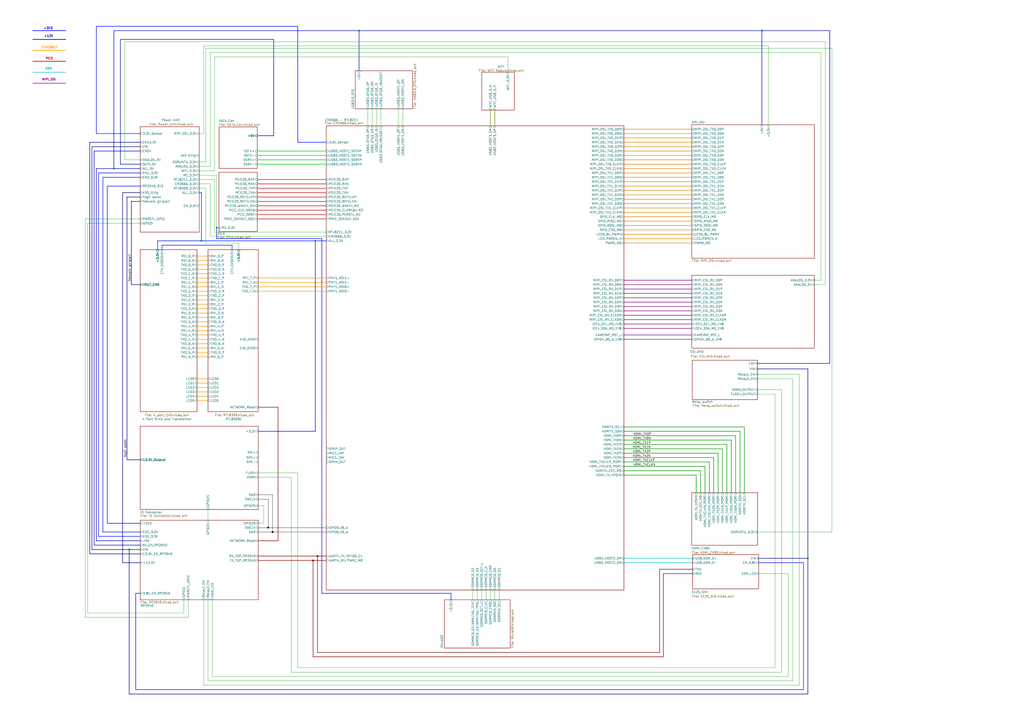
<source format=kicad_sch>
(kicad_sch
	(version 20231120)
	(generator "eeschema")
	(generator_version "8.0")
	(uuid "25e5aa8e-2696-44a3-8d3c-c2c53f2923cf")
	(paper "A2")
	(title_block
		(title "CamTracker")
		(date "2022-09-20")
		(rev "REV1")
		(company "SmartEQ Bilisim")
	)
	(lib_symbols)
	(junction
		(at 468.63 323.85)
		(diameter 0)
		(color 0 0 0 0)
		(uuid "03c0dcaa-9043-44a5-ba48-bf3f752d8fbc")
	)
	(junction
		(at 66.04 97.79)
		(diameter 0)
		(color 0 0 0 0)
		(uuid "5fa0423c-73ad-43e1-b938-f490faa519cd")
	)
	(junction
		(at 184.15 322.58)
		(diameter 0)
		(color 132 0 0 1)
		(uuid "6658c154-d53d-48f8-8d60-df0a7242e1e4")
	)
	(junction
		(at 208.28 17.78)
		(diameter 0)
		(color 0 0 0 0)
		(uuid "9805ed7d-edbe-427e-a860-b80c1e8325de")
	)
	(junction
		(at 181.61 325.12)
		(diameter 0)
		(color 132 0 0 1)
		(uuid "9da795e5-b32b-4757-84d3-b7e38b46c451")
	)
	(junction
		(at 125.73 132.08)
		(diameter 0)
		(color 0 0 0 0)
		(uuid "a44cba3d-7ed6-4fac-ae02-dd4745d572b2")
	)
	(junction
		(at 116.84 139.7)
		(diameter 0)
		(color 0 0 0 0)
		(uuid "b97f2e93-0cfa-4df0-8d85-5ea9be21a7fb")
	)
	(junction
		(at 441.96 17.78)
		(diameter 0)
		(color 0 0 0 0)
		(uuid "bc2b119d-ff69-4cf7-b2fc-4169bced1b39")
	)
	(junction
		(at 158.115 308.61)
		(diameter 0)
		(color 0 0 0 1)
		(uuid "c79fbc8d-6076-4353-94d9-b05fcc15d71e")
	)
	(junction
		(at 182.88 139.7)
		(diameter 0)
		(color 0 0 0 0)
		(uuid "d1c4cd31-9ae1-4843-b992-2e9014a2fcf7")
	)
	(junction
		(at 74.93 318.77)
		(diameter 0)
		(color 0 0 0 0)
		(uuid "d802df5b-af27-4921-9fdd-7751d2a2d083")
	)
	(junction
		(at 155.575 306.07)
		(diameter 0)
		(color 0 0 0 1)
		(uuid "f0c4159f-2f49-4201-bc3d-0e6c177a0ebc")
	)
	(wire
		(pts
			(xy 19.05 41.91) (xy 38.1 41.91)
		)
		(stroke
			(width 0.3048)
			(type default)
			(color 0 194 194 1)
		)
		(uuid "0019f591-c5a0-43c0-b4d7-07f1f8ead615")
	)
	(wire
		(pts
			(xy 416.56 262.89) (xy 416.56 285.75)
		)
		(stroke
			(width 0.3048)
			(type default)
		)
		(uuid "002f8749-e52b-40c2-afd0-2767a8c610e2")
	)
	(wire
		(pts
			(xy 121.92 106.68) (xy 121.92 137.16)
		)
		(stroke
			(width 0)
			(type default)
		)
		(uuid "0166f931-8f14-4b99-9d38-71f17ff43971")
	)
	(wire
		(pts
			(xy 62.23 303.53) (xy 81.28 303.53)
		)
		(stroke
			(width 0.3048)
			(type default)
			(color 0 0 255 1)
		)
		(uuid "026a076f-91e0-4d32-a1c7-64c865c08b92")
	)
	(wire
		(pts
			(xy 361.95 323.85) (xy 401.7137 323.85)
		)
		(stroke
			(width 0.3048)
			(type default)
			(color 0 194 194 1)
		)
		(uuid "037c25a5-f731-490b-8f59-f7c2edf55636")
	)
	(wire
		(pts
			(xy 149.2754 121.92) (xy 189.23 121.92)
		)
		(stroke
			(width 0.3048)
			(type default)
			(color 194 0 0 1)
		)
		(uuid "03cf9e75-309c-4299-8e4e-330a1a25e306")
	)
	(wire
		(pts
			(xy 463.55 217.17) (xy 439.42 217.17)
		)
		(stroke
			(width 0)
			(type default)
		)
		(uuid "065a8f67-035d-47ba-9237-fd5d21bbd036")
	)
	(wire
		(pts
			(xy 429.26 250.19) (xy 429.26 285.75)
		)
		(stroke
			(width 0.3048)
			(type default)
		)
		(uuid "0682efd7-05fb-4c9a-907b-a5a3d12ac842")
	)
	(wire
		(pts
			(xy 149.86 161.1804) (xy 189.23 161.1804)
		)
		(stroke
			(width 0.3048)
			(type default)
			(color 255 153 0 1)
		)
		(uuid "092bb440-763f-489c-a15e-ea0f5fc41679")
	)
	(wire
		(pts
			(xy 149.2754 111.76) (xy 189.23 111.76)
		)
		(stroke
			(width 0.3048)
			(type default)
			(color 194 0 0 1)
		)
		(uuid "0944cf57-b934-49e1-a5e6-00d7d11f541e")
	)
	(wire
		(pts
			(xy 361.95 273.05) (xy 406.4 273.05)
		)
		(stroke
			(width 0.3048)
			(type default)
		)
		(uuid "09521fd6-4ba3-4c35-9f08-7744ad2d54fe")
	)
	(wire
		(pts
			(xy 114.3 207.01) (xy 120.65 207.01)
		)
		(stroke
			(width 0.3048)
			(type default)
			(color 255 153 0 1)
		)
		(uuid "09aa5386-abc3-4697-9877-85c664826dff")
	)
	(wire
		(pts
			(xy 118.11 397.51) (xy 118.11 347.98)
		)
		(stroke
			(width 0)
			(type default)
		)
		(uuid "0a7f5565-9baf-49d4-8ca1-cfa7a7abecda")
	)
	(wire
		(pts
			(xy 361.95 252.73) (xy 426.72 252.73)
		)
		(stroke
			(width 0.3048)
			(type default)
		)
		(uuid "0bcd6b0f-528d-45e8-adc2-c4434d0b75ef")
	)
	(wire
		(pts
			(xy 361.95 250.19) (xy 429.26 250.19)
		)
		(stroke
			(width 0.3048)
			(type default)
		)
		(uuid "0bfcda1f-db71-4421-868b-c6b7cec42566")
	)
	(wire
		(pts
			(xy 149.225 95.25) (xy 189.23 95.25)
		)
		(stroke
			(width 0.3048)
			(type default)
			(color 0 194 0 1)
		)
		(uuid "0ccab8d8-1217-4a7f-a314-e25d98286e7a")
	)
	(wire
		(pts
			(xy 361.95 92.71) (xy 401.32 92.71)
		)
		(stroke
			(width 0.3048)
			(type default)
			(color 221 133 0 1)
		)
		(uuid "0d30c041-5418-4578-9c05-8545916a39bc")
	)
	(wire
		(pts
			(xy 361.95 196.85) (xy 401.32 196.85)
		)
		(stroke
			(width 0.3048)
			(type default)
			(color 132 0 132 1)
		)
		(uuid "0f9cd9b4-c7fd-4c28-99ae-3db9e33aa4b8")
	)
	(wire
		(pts
			(xy 72.39 24.13) (xy 72.39 92.71)
		)
		(stroke
			(width 0)
			(type default)
		)
		(uuid "0fa542fa-de21-42c0-a3af-0239862d523a")
	)
	(wire
		(pts
			(xy 115.57 77.47) (xy 118.11 77.47)
		)
		(stroke
			(width 0)
			(type default)
		)
		(uuid "0fab0b82-7cde-49ae-9c30-f392594cfce7")
	)
	(wire
		(pts
			(xy 69.85 95.25) (xy 81.28 95.25)
		)
		(stroke
			(width 0.3048)
			(type default)
			(color 0 0 194 1)
		)
		(uuid "108a8d32-f5f0-46c2-bb73-5af4cc09158f")
	)
	(wire
		(pts
			(xy 453.39 226.06) (xy 453.39 389.89)
		)
		(stroke
			(width 0)
			(type default)
		)
		(uuid "10f97069-60a1-409a-a808-038ae98d7823")
	)
	(wire
		(pts
			(xy 189.23 161.1804) (xy 189.23 161.29)
		)
		(stroke
			(width 0)
			(type default)
		)
		(uuid "111a29ef-b4e0-452b-b8e6-41cba8696a7d")
	)
	(wire
		(pts
			(xy 361.95 85.09) (xy 401.32 85.09)
		)
		(stroke
			(width 0.3048)
			(type default)
			(color 221 133 0 1)
		)
		(uuid "12d19865-640d-4eca-8d39-10248a97d31f")
	)
	(wire
		(pts
			(xy 361.95 265.43) (xy 414.02 265.43)
		)
		(stroke
			(width 0.3048)
			(type default)
		)
		(uuid "12e8cb56-884f-4c6d-b5a6-8d2680a6a423")
	)
	(wire
		(pts
			(xy 71.12 111.76) (xy 81.28 111.76)
		)
		(stroke
			(width 0.3048)
			(type default)
			(color 0 0 132 1)
		)
		(uuid "1380cc61-17c7-4c04-b0a7-8365ceac292b")
	)
	(wire
		(pts
			(xy 114.3 151.13) (xy 120.65 151.13)
		)
		(stroke
			(width 0.3048)
			(type default)
			(color 255 153 0 1)
		)
		(uuid "143d9e22-422d-440e-aad1-e9e77c69136d")
	)
	(wire
		(pts
			(xy 124.46 99.06) (xy 124.46 33.02)
		)
		(stroke
			(width 0)
			(type default)
		)
		(uuid "15413210-d5a4-492f-855d-5e627fce59a1")
	)
	(wire
		(pts
			(xy 155.575 306.07) (xy 189.23 306.07)
		)
		(stroke
			(width 0)
			(type default)
			(color 0 0 0 1)
		)
		(uuid "15b2ce4c-d2fa-4a1a-b19c-6dbcd6c4a689")
	)
	(wire
		(pts
			(xy 281.94 342.265) (xy 281.94 347.98)
		)
		(stroke
			(width 0)
			(type default)
		)
		(uuid "15fe3b87-bc90-496d-a990-601d33fea0cc")
	)
	(wire
		(pts
			(xy 361.95 95.25) (xy 401.32 95.25)
		)
		(stroke
			(width 0.3048)
			(type default)
			(color 221 133 0 1)
		)
		(uuid "16af7b3d-0d90-4780-b26c-21debbc2b5ca")
	)
	(wire
		(pts
			(xy 73.66 266.7) (xy 81.28 266.7)
		)
		(stroke
			(width 0.3048)
			(type default)
			(color 0 0 132 1)
		)
		(uuid "183bb170-b16b-4e6d-9025-bd3383ca2f2f")
	)
	(wire
		(pts
			(xy 54.61 87.63) (xy 81.28 87.63)
		)
		(stroke
			(width 0.3048)
			(type default)
			(color 0 0 194 1)
		)
		(uuid "18cd4866-fbf2-43ea-bef0-18b35028d3b3")
	)
	(wire
		(pts
			(xy 52.07 321.31) (xy 52.07 82.55)
		)
		(stroke
			(width 0.3048)
			(type default)
			(color 0 0 132 1)
		)
		(uuid "1982a252-dfcb-44e1-b0af-a27e49ccddfd")
	)
	(wire
		(pts
			(xy 149.225 87.63) (xy 189.23 87.63)
		)
		(stroke
			(width 0.3048)
			(type default)
			(color 0 194 0 1)
		)
		(uuid "1abddcd3-7a69-457b-aadd-9550c5a8a0e7")
	)
	(wire
		(pts
			(xy 57.15 311.15) (xy 57.15 100.3207)
		)
		(stroke
			(width 0.3048)
			(type default)
			(color 0 0 255 1)
		)
		(uuid "1aeb96a9-5fb1-45de-b8b4-a1aee7233869")
	)
	(wire
		(pts
			(xy 62.23 107.95) (xy 62.23 303.53)
		)
		(stroke
			(width 0.3048)
			(type default)
			(color 0 0 255 1)
		)
		(uuid "1b0533ec-c59f-41d3-a372-002f0dbaa974")
	)
	(wire
		(pts
			(xy 125.73 132.08) (xy 127 132.08)
		)
		(stroke
			(width 0)
			(type default)
		)
		(uuid "1b0af588-909f-4aaf-9a40-87da8b675753")
	)
	(wire
		(pts
			(xy 149.86 325.12) (xy 181.61 325.12)
		)
		(stroke
			(width 0.3048)
			(type default)
			(color 132 0 0 1)
		)
		(uuid "1b962ecd-e7b9-49aa-894c-19342cd7c05f")
	)
	(wire
		(pts
			(xy 55.88 77.47) (xy 81.28 77.47)
		)
		(stroke
			(width 0.3048)
			(type default)
			(color 0 0 255 1)
		)
		(uuid "1bdf9411-5334-4d27-936d-7a0403c9ca0c")
	)
	(wire
		(pts
			(xy 19.05 48.26) (xy 38.1 48.26)
		)
		(stroke
			(width 0.3048)
			(type default)
			(color 132 0 132 1)
		)
		(uuid "1bed5693-1fc5-4078-abb2-93c056916fa0")
	)
	(wire
		(pts
			(xy 361.95 175.26) (xy 401.32 175.26)
		)
		(stroke
			(width 0.3048)
			(type default)
			(color 132 0 132 1)
		)
		(uuid "201c7a0a-8f9b-4fd3-bfaa-9d7d6f9c531a")
	)
	(wire
		(pts
			(xy 49.53 358.14) (xy 109.22 358.14)
		)
		(stroke
			(width 0)
			(type default)
		)
		(uuid "21de6090-16d7-4f21-bf3e-d11833fd115f")
	)
	(wire
		(pts
			(xy 361.95 267.97) (xy 411.48 267.97)
		)
		(stroke
			(width 0.3048)
			(type default)
		)
		(uuid "23998741-a11f-4e60-be65-08b8005e6df4")
	)
	(wire
		(pts
			(xy 294.64 33.02) (xy 294.64 41.91)
		)
		(stroke
			(width 0)
			(type default)
		)
		(uuid "240a6bd0-d234-4c3b-b490-3b9809748e4f")
	)
	(wire
		(pts
			(xy 50.8 355.6) (xy 50.8 129.54)
		)
		(stroke
			(width 0)
			(type default)
		)
		(uuid "24dd236b-87d1-4d44-b314-46d823b21387")
	)
	(wire
		(pts
			(xy 55.88 15.24) (xy 172.72 15.24)
		)
		(stroke
			(width 0.3048)
			(type default)
			(color 0 0 255 1)
		)
		(uuid "25297b47-d3c7-46c0-87ff-cab57df70daa")
	)
	(wire
		(pts
			(xy 361.95 120.65) (xy 401.32 120.65)
		)
		(stroke
			(width 0.3048)
			(type default)
			(color 221 133 0 1)
		)
		(uuid "268a59d2-ecdb-4ade-be46-438c56abd78e")
	)
	(wire
		(pts
			(xy 361.95 170.18) (xy 401.32 170.18)
		)
		(stroke
			(width 0.3048)
			(type default)
			(color 132 0 132 1)
		)
		(uuid "270b7cd6-0a99-47de-8c36-5e66e7938f27")
	)
	(wire
		(pts
			(xy 120.65 295.5543) (xy 120.65 301.7806)
		)
		(stroke
			(width 0)
			(type default)
		)
		(uuid "27efba12-81b2-4754-a289-2a333f8d5796")
	)
	(wire
		(pts
			(xy 125.73 101.6) (xy 125.73 132.08)
		)
		(stroke
			(width 0)
			(type default)
		)
		(uuid "28fcd29a-e3ca-4d58-b5f8-b4131acc552c")
	)
	(wire
		(pts
			(xy 78.74 344.17) (xy 78.74 400.05)
		)
		(stroke
			(width 0.3048)
			(type default)
			(color 0 0 255 1)
		)
		(uuid "29964570-ce09-49ea-a08c-ede316899b1b")
	)
	(wire
		(pts
			(xy 125.73 138.43) (xy 125.73 132.08)
		)
		(stroke
			(width 0.3048)
			(type default)
			(color 0 0 255 1)
		)
		(uuid "2be2005c-39ec-4c0d-8e13-244b00bf6577")
	)
	(wire
		(pts
			(xy 439.42 210.82) (xy 481.33 210.82)
		)
		(stroke
			(width 0.3048)
			(type default)
			(color 0 0 194 1)
		)
		(uuid "2c3f3036-f869-4354-822b-30a79922fc5a")
	)
	(wire
		(pts
			(xy 361.95 140.97) (xy 401.32 140.97)
		)
		(stroke
			(width 0.3048)
			(type default)
			(color 221 133 0 1)
		)
		(uuid "2d198bfb-52cf-44b2-aa98-4f90cf1f7efb")
	)
	(wire
		(pts
			(xy 361.95 105.41) (xy 401.32 105.41)
		)
		(stroke
			(width 0.3048)
			(type default)
			(color 221 133 0 1)
		)
		(uuid "2d832344-006a-403b-81b0-8cf65d290b3c")
	)
	(wire
		(pts
			(xy 361.95 257.81) (xy 421.64 257.81)
		)
		(stroke
			(width 0.3048)
			(type default)
		)
		(uuid "2e52c41c-80e3-4f6a-bf4e-40160f6c9d42")
	)
	(wire
		(pts
			(xy 440.055 332.74) (xy 457.2 332.74)
		)
		(stroke
			(width 0)
			(type default)
		)
		(uuid "2f41aed0-a159-477a-b8d4-bedec4724392")
	)
	(wire
		(pts
			(xy 172.72 15.24) (xy 172.72 82.55)
		)
		(stroke
			(width 0.3048)
			(type default)
			(color 0 0 255 1)
		)
		(uuid "304047c4-f7f7-4f4c-a305-e2a83e46ff21")
	)
	(wire
		(pts
			(xy 431.8 247.65) (xy 431.8 285.75)
		)
		(stroke
			(width 0.3048)
			(type default)
		)
		(uuid "306d4e4c-21ee-4c1e-a77b-aa09238fb62e")
	)
	(wire
		(pts
			(xy 463.55 397.51) (xy 118.11 397.51)
		)
		(stroke
			(width 0)
			(type default)
		)
		(uuid "310c14c1-0043-4bf5-8a4f-780187a9aea0")
	)
	(wire
		(pts
			(xy 158.75 22.86) (xy 158.75 78.74)
		)
		(stroke
			(width 0.3048)
			(type default)
			(color 0 0 194 1)
		)
		(uuid "3178b2c0-2229-488a-9c4b-7bdb410a043a")
	)
	(wire
		(pts
			(xy 361.95 130.81) (xy 401.32 130.81)
		)
		(stroke
			(width 0.3048)
			(type default)
			(color 221 133 0 1)
		)
		(uuid "320ec39d-0038-498d-8070-eb8bd2b02422")
	)
	(wire
		(pts
			(xy 284.48 63.8558) (xy 284.48 73.025)
		)
		(stroke
			(width 0.3048)
			(type default)
			(color 132 132 0 1)
		)
		(uuid "326302f3-2cc4-4068-8995-7bc41f0c6433")
	)
	(wire
		(pts
			(xy 149.86 236.22) (xy 161.29 236.22)
		)
		(stroke
			(width 0.3048)
			(type default)
			(color 132 0 0 1)
		)
		(uuid "33567a72-6ea0-4e19-8bdf-0a00cf45f707")
	)
	(wire
		(pts
			(xy 439.42 226.06) (xy 453.39 226.06)
		)
		(stroke
			(width 0)
			(type default)
		)
		(uuid "3381e89c-4b5d-40f0-9b09-3818f3d63534")
	)
	(wire
		(pts
			(xy 182.88 250.19) (xy 149.86 250.19)
		)
		(stroke
			(width 0.3048)
			(type default)
			(color 0 0 255 1)
		)
		(uuid "3550b1e6-83d4-4b84-a100-edffd609fd9c")
	)
	(wire
		(pts
			(xy 449.58 387.35) (xy 449.58 228.6)
		)
		(stroke
			(width 0)
			(type default)
		)
		(uuid "37725191-dd78-40a1-b495-49cb6f555b81")
	)
	(wire
		(pts
			(xy 361.95 177.8) (xy 401.32 177.8)
		)
		(stroke
			(width 0.3048)
			(type default)
			(color 132 0 132 1)
		)
		(uuid "38b3db0d-637b-4039-a03d-581fe07a705a")
	)
	(wire
		(pts
			(xy 459.74 394.97) (xy 120.65 394.97)
		)
		(stroke
			(width 0)
			(type default)
		)
		(uuid "3933ebdd-2b0a-436a-bb94-6406e4925a54")
	)
	(wire
		(pts
			(xy 114.3 232.41) (xy 120.65 232.41)
		)
		(stroke
			(width 0.3048)
			(type default)
			(color 255 153 0 1)
		)
		(uuid "396c5b5b-b293-4835-b6ec-08ca5fd38848")
	)
	(wire
		(pts
			(xy 186.69 344.17) (xy 186.69 138.43)
		)
		(stroke
			(width 0.3048)
			(type default)
			(color 0 0 255 1)
		)
		(uuid "39aa8e51-2158-4abc-94ae-0e739cc4c139")
	)
	(wire
		(pts
			(xy 482.6 27.94) (xy 119.38 27.94)
		)
		(stroke
			(width 0)
			(type default)
		)
		(uuid "3b4614f7-2e7d-4c7e-90d7-d511ff60f5da")
	)
	(wire
		(pts
			(xy 118.11 26.67) (xy 445.77 26.67)
		)
		(stroke
			(width 0)
			(type default)
		)
		(uuid "3b950521-7da9-46aa-b672-c385a7d91d20")
	)
	(wire
		(pts
			(xy 361.95 107.95) (xy 401.32 107.95)
		)
		(stroke
			(width 0.3048)
			(type default)
			(color 221 133 0 1)
		)
		(uuid "3b9eb7d9-a202-4a16-b443-a8288717f23f")
	)
	(wire
		(pts
			(xy 114.3 196.85) (xy 120.65 196.85)
		)
		(stroke
			(width 0.3048)
			(type default)
			(color 255 153 0 1)
		)
		(uuid "3c3b2ac2-3fa2-4cfa-a810-8fdb3de961a3")
	)
	(wire
		(pts
			(xy 114.3 222.25) (xy 120.65 222.25)
		)
		(stroke
			(width 0.3048)
			(type default)
			(color 255 153 0 1)
		)
		(uuid "3d069700-b651-47f8-bc84-3d82bee26341")
	)
	(wire
		(pts
			(xy 215.9 63.1638) (xy 215.9 73.025)
		)
		(stroke
			(width 0)
			(type default)
		)
		(uuid "3df09c75-43b0-446e-9b55-e003d8b30816")
	)
	(wire
		(pts
			(xy 361.95 262.89) (xy 416.56 262.89)
		)
		(stroke
			(width 0.3048)
			(type default)
		)
		(uuid "3e1fbeba-92ed-4504-8f6f-964aab8dd2dc")
	)
	(wire
		(pts
			(xy 478.79 24.13) (xy 72.39 24.13)
		)
		(stroke
			(width 0)
			(type default)
		)
		(uuid "3ea48486-fd9d-473f-9b3b-bd14b91f3b63")
	)
	(wire
		(pts
			(xy 361.95 110.49) (xy 401.32 110.49)
		)
		(stroke
			(width 0.3048)
			(type default)
			(color 221 133 0 1)
		)
		(uuid "3fc77612-9be5-43b4-b56c-b5004ea240bd")
	)
	(wire
		(pts
			(xy 116.84 139.7) (xy 182.88 139.7)
		)
		(stroke
			(width 0.3048)
			(type default)
			(color 0 0 255 1)
		)
		(uuid "3ff00b11-384e-4bb8-8efe-f8f03151dac2")
	)
	(wire
		(pts
			(xy 149.2754 104.14) (xy 189.23 104.14)
		)
		(stroke
			(width 0.3048)
			(type default)
			(color 194 0 0 1)
		)
		(uuid "41cf3077-ecff-4391-b30d-678600362bdf")
	)
	(wire
		(pts
			(xy 57.15 100.3207) (xy 81.28 100.3207)
		)
		(stroke
			(width 0.3048)
			(type default)
			(color 0 0 255 1)
		)
		(uuid "43200927-77bd-4015-afa4-45e859c6cafc")
	)
	(wire
		(pts
			(xy 172.72 387.35) (xy 449.58 387.35)
		)
		(stroke
			(width 0)
			(type default)
		)
		(uuid "432287bf-21f7-4cc1-ac67-cb62b3af48df")
	)
	(wire
		(pts
			(xy 149.2754 124.46) (xy 189.23 124.46)
		)
		(stroke
			(width 0.3048)
			(type default)
			(color 194 0 0 1)
		)
		(uuid "444ee63f-19b9-4bc4-bd7a-62eadeebc263")
	)
	(wire
		(pts
			(xy 182.88 139.7) (xy 189.23 139.7)
		)
		(stroke
			(width 0.3048)
			(type default)
			(color 0 0 255 1)
		)
		(uuid "44b4ef74-4588-4917-9a6a-7beb002e71e6")
	)
	(wire
		(pts
			(xy 181.61 381) (xy 384.81 381)
		)
		(stroke
			(width 0.3048)
			(type default)
			(color 132 0 0 1)
		)
		(uuid "451418a7-622f-4ef9-b994-969df314f2f8")
	)
	(wire
		(pts
			(xy 76.2 165.1) (xy 81.28 165.1)
		)
		(stroke
			(width 0.3048)
			(type default)
			(color 0 0 132 1)
		)
		(uuid "45bdd62b-b05a-422d-9061-de31a290d9bb")
	)
	(wire
		(pts
			(xy 115.57 96.52) (xy 121.92 96.52)
		)
		(stroke
			(width 0)
			(type default)
		)
		(uuid "45e03e3a-513c-4c0a-b3c6-0b4c5e4446a0")
	)
	(wire
		(pts
			(xy 361.95 167.64) (xy 401.32 167.64)
		)
		(stroke
			(width 0.3048)
			(type default)
			(color 132 0 132 1)
		)
		(uuid "46b34040-cdf6-4c2d-ad03-16ac55d23450")
	)
	(wire
		(pts
			(xy 439.42 219.71) (xy 459.74 219.71)
		)
		(stroke
			(width 0)
			(type default)
		)
		(uuid "46df17fb-f664-4b5f-a29d-0845108244af")
	)
	(wire
		(pts
			(xy 289.56 342.265) (xy 289.56 347.98)
		)
		(stroke
			(width 0)
			(type default)
		)
		(uuid "471966c4-0c32-4458-b009-58118fb83a99")
	)
	(wire
		(pts
			(xy 54.61 316.23) (xy 54.61 87.63)
		)
		(stroke
			(width 0.3048)
			(type default)
			(color 0 0 194 1)
		)
		(uuid "480198a8-0949-4a5f-ab24-5c7a2e26819b")
	)
	(wire
		(pts
			(xy 361.95 162.56) (xy 401.32 162.56)
		)
		(stroke
			(width 0.3048)
			(type default)
			(color 132 0 132 1)
		)
		(uuid "48372933-4913-4b58-a623-8aec2309f6bc")
	)
	(wire
		(pts
			(xy 361.95 90.17) (xy 401.32 90.17)
		)
		(stroke
			(width 0.3048)
			(type default)
			(color 221 133 0 1)
		)
		(uuid "485a5657-ee6b-4848-84e3-524b7ad56678")
	)
	(wire
		(pts
			(xy 424.18 255.27) (xy 424.18 285.75)
		)
		(stroke
			(width 0.3048)
			(type default)
		)
		(uuid "490c2485-0ca8-4154-b65a-8d43a70dae70")
	)
	(wire
		(pts
			(xy 73.66 114.3) (xy 81.28 114.3)
		)
		(stroke
			(width 0.3048)
			(type default)
			(color 0 0 132 1)
		)
		(uuid "49766552-f98e-449a-a4d0-3d59027aa8a8")
	)
	(wire
		(pts
			(xy 361.95 182.88) (xy 401.32 182.88)
		)
		(stroke
			(width 0.3048)
			(type default)
			(color 132 0 132 1)
		)
		(uuid "49ec8226-a320-4f3f-b66c-576761ff5569")
	)
	(wire
		(pts
			(xy 361.95 138.43) (xy 401.32 138.43)
		)
		(stroke
			(width 0.3048)
			(type default)
			(color 221 133 0 1)
		)
		(uuid "4a2a0033-4540-4fa4-a0db-1a73ebe8b61d")
	)
	(wire
		(pts
			(xy 149.2754 116.84) (xy 189.23 116.84)
		)
		(stroke
			(width 0.3048)
			(type default)
			(color 194 0 0 1)
		)
		(uuid "4a4912db-8c82-4cff-b7f9-6f3e2ef82cce")
	)
	(wire
		(pts
			(xy 53.34 85.09) (xy 81.28 85.09)
		)
		(stroke
			(width 0.3048)
			(type default)
			(color 0 0 132 1)
		)
		(uuid "4b8490f9-d449-4ecd-a870-259a1aa53256")
	)
	(wire
		(pts
			(xy 361.95 115.57) (xy 401.32 115.57)
		)
		(stroke
			(width 0.3048)
			(type default)
			(color 221 133 0 1)
		)
		(uuid "4bf77d13-8bac-4847-af66-34954c9ccf1f")
	)
	(wire
		(pts
			(xy 441.96 17.78) (xy 481.33 17.78)
		)
		(stroke
			(width 0.3048)
			(type default)
			(color 0 0 194 1)
		)
		(uuid "4c5824e3-b28f-460a-a871-dcc8338fa554")
	)
	(wire
		(pts
			(xy 361.95 118.11) (xy 401.32 118.11)
		)
		(stroke
			(width 0.3048)
			(type default)
			(color 221 133 0 1)
		)
		(uuid "4d2bf708-6bb2-49f2-98b1-4dd37de4caf1")
	)
	(wire
		(pts
			(xy 81.28 127) (xy 49.53 127)
		)
		(stroke
			(width 0)
			(type default)
		)
		(uuid "4e80fb99-01f2-4a36-834a-48cdf78c1d78")
	)
	(wire
		(pts
			(xy 114.3 186.69) (xy 120.65 186.69)
		)
		(stroke
			(width 0.3048)
			(type default)
			(color 255 153 0 1)
		)
		(uuid "4ec72820-c250-483a-818e-b8e0d8c80a84")
	)
	(wire
		(pts
			(xy 149.2754 106.68) (xy 189.23 106.68)
		)
		(stroke
			(width 0.3048)
			(type default)
			(color 194 0 0 1)
		)
		(uuid "4f11d024-9308-4311-bc43-b0ed0600114d")
	)
	(wire
		(pts
			(xy 115.57 101.6) (xy 125.73 101.6)
		)
		(stroke
			(width 0)
			(type default)
		)
		(uuid "50f3967c-655d-4727-b4b2-83503ab045e7")
	)
	(wire
		(pts
			(xy 93.98 144.78) (xy 93.98 142.24)
		)
		(stroke
			(width 0.3048)
			(type default)
			(color 0 0 255 1)
		)
		(uuid "515d0ae8-ca74-4842-9527-8dacced0fef3")
	)
	(wire
		(pts
			(xy 120.65 347.98) (xy 120.65 394.97)
		)
		(stroke
			(width 0)
			(type default)
		)
		(uuid "51f24a8f-5eb3-4aa2-ab5f-c21132772021")
	)
	(wire
		(pts
			(xy 114.3 201.93) (xy 120.65 201.93)
		)
		(stroke
			(width 0.3048)
			(type default)
			(color 255 153 0 1)
		)
		(uuid "521bfa9d-99b6-4903-94c3-b3a13df7c52e")
	)
	(wire
		(pts
			(xy 457.2 332.74) (xy 457.2 392.43)
		)
		(stroke
			(width 0)
			(type default)
		)
		(uuid "5485bdee-279e-4212-acf7-af7876cd43d8")
	)
	(wire
		(pts
			(xy 384.81 332.74) (xy 401.7137 332.74)
		)
		(stroke
			(width 0.3048)
			(type default)
			(color 132 0 0 1)
		)
		(uuid "5559f4b1-b871-4682-b937-0000265e7639")
	)
	(wire
		(pts
			(xy 55.88 77.47) (xy 55.88 15.24)
		)
		(stroke
			(width 0.3048)
			(type default)
			(color 0 0 255 1)
		)
		(uuid "58f97153-524c-47f2-b646-b58585ebc015")
	)
	(wire
		(pts
			(xy 445.77 26.67) (xy 445.77 72.39)
		)
		(stroke
			(width 0)
			(type default)
		)
		(uuid "5914a63c-acce-4ce9-b6e6-a61699e46d6b")
	)
	(wire
		(pts
			(xy 403.86 275.59) (xy 403.86 285.75)
		)
		(stroke
			(width 0.3048)
			(type default)
		)
		(uuid "595538ee-caff-49f7-a3cd-c5813145a2d4")
	)
	(wire
		(pts
			(xy 149.86 303.53) (xy 153.035 303.53)
		)
		(stroke
			(width 0)
			(type default)
		)
		(uuid "598d2e9d-e177-4979-b0ef-2d3b9bce85a6")
	)
	(wire
		(pts
			(xy 114.3 171.45) (xy 120.65 171.45)
		)
		(stroke
			(width 0.3048)
			(type default)
			(color 255 153 0 1)
		)
		(uuid "59bae338-7369-41f9-8215-f37aa0bbc2b3")
	)
	(wire
		(pts
			(xy 124.46 134.62) (xy 189.23 134.62)
		)
		(stroke
			(width 0)
			(type default)
		)
		(uuid "59fa8377-8a2c-4fc5-8e5b-86a4058e6275")
	)
	(wire
		(pts
			(xy 106.68 347.98) (xy 106.68 355.6)
		)
		(stroke
			(width 0)
			(type default)
		)
		(uuid "5a2b9518-689d-4881-a991-48613fd70524")
	)
	(wire
		(pts
			(xy 149.86 308.61) (xy 158.115 308.61)
		)
		(stroke
			(width 0)
			(type default)
			(color 0 0 0 1)
		)
		(uuid "5aeeb9b1-22e8-4ec1-a9e5-bcccfa079ce4")
	)
	(wire
		(pts
			(xy 66.04 17.78) (xy 66.04 97.79)
		)
		(stroke
			(width 0.3048)
			(type default)
			(color 0 0 194 1)
		)
		(uuid "5afebda2-5c95-4728-a559-4a0bf08ba087")
	)
	(wire
		(pts
			(xy 19.05 17.78) (xy 38.1 17.78)
		)
		(stroke
			(width 0.381)
			(type default)
			(color 0 0 255 1)
		)
		(uuid "5b1f3dae-daef-4b1c-9a33-b2a93992e560")
	)
	(wire
		(pts
			(xy 116.84 111.76) (xy 115.57 111.76)
		)
		(stroke
			(width 0.3048)
			(type default)
			(color 0 0 255 1)
		)
		(uuid "5bdcdfa4-693d-4e24-ae8f-ad54e293eaad")
	)
	(wire
		(pts
			(xy 149.2754 109.22) (xy 189.23 109.22)
		)
		(stroke
			(width 0.3048)
			(type default)
			(color 194 0 0 1)
		)
		(uuid "5c27bebf-9762-4aba-abd1-16c7927939c0")
	)
	(wire
		(pts
			(xy 115.57 104.14) (xy 124.46 104.14)
		)
		(stroke
			(width 0)
			(type default)
		)
		(uuid "5d188596-248a-4285-a096-4a46717546f8")
	)
	(wire
		(pts
			(xy 276.86 342.265) (xy 276.86 347.98)
		)
		(stroke
			(width 0)
			(type default)
		)
		(uuid "5e2e5038-a601-43c8-813e-8975509405c0")
	)
	(wire
		(pts
			(xy 114.3 181.61) (xy 120.65 181.61)
		)
		(stroke
			(width 0.3048)
			(type default)
			(color 255 153 0 1)
		)
		(uuid "5e32532e-42b3-4652-8727-d30a8374f200")
	)
	(wire
		(pts
			(xy 478.79 24.13) (xy 478.79 165.1)
		)
		(stroke
			(width 0)
			(type default)
		)
		(uuid "5f01ccac-b550-4537-91e8-0db0a282814c")
	)
	(wire
		(pts
			(xy 481.33 17.78) (xy 481.33 210.82)
		)
		(stroke
			(width 0.3048)
			(type default)
			(color 0 0 194 1)
		)
		(uuid "61406bcf-b088-4be2-a6bf-eb6596cb8ac3")
	)
	(wire
		(pts
			(xy 74.93 318.77) (xy 53.34 318.77)
		)
		(stroke
			(width 0.3048)
			(type default)
			(color 0 0 132 1)
		)
		(uuid "61637abd-1c4b-46d4-bf77-833539699ee1")
	)
	(wire
		(pts
			(xy 114.3 227.33) (xy 120.65 227.33)
		)
		(stroke
			(width 0.3048)
			(type default)
			(color 255 153 0 1)
		)
		(uuid "618947e7-c4d2-48cf-a3d1-7d699f3cd388")
	)
	(wire
		(pts
			(xy 109.22 347.98) (xy 109.22 358.14)
		)
		(stroke
			(width 0)
			(type default)
		)
		(uuid "61dbda0c-60da-4c58-bd00-6cba18153794")
	)
	(wire
		(pts
			(xy 78.74 400.05) (xy 466.09 400.05)
		)
		(stroke
			(width 0.3048)
			(type default)
			(color 0 0 255 1)
		)
		(uuid "61e15258-cdae-4700-9a9f-7a8da54a2905")
	)
	(wire
		(pts
			(xy 361.95 80.01) (xy 401.32 80.01)
		)
		(stroke
			(width 0.3048)
			(type default)
			(color 221 133 0 1)
		)
		(uuid "6240ea9c-1e24-4b1f-a114-4f4a136473bd")
	)
	(wire
		(pts
			(xy 287.02 342.265) (xy 287.02 347.98)
		)
		(stroke
			(width 0)
			(type default)
		)
		(uuid "62bbb041-1b97-4af2-acce-80c4d66b73f2")
	)
	(wire
		(pts
			(xy 233.68 63.1638) (xy 233.68 73.025)
		)
		(stroke
			(width 0)
			(type default)
		)
		(uuid "642be3d8-695b-4db5-8ff0-749989a9d9e5")
	)
	(wire
		(pts
			(xy 411.48 267.97) (xy 411.48 285.75)
		)
		(stroke
			(width 0.3048)
			(type default)
		)
		(uuid "64798d43-02ba-438c-b2f7-bc1bd2b357cb")
	)
	(wire
		(pts
			(xy 149.2754 119.38) (xy 189.23 119.38)
		)
		(stroke
			(width 0.3048)
			(type default)
			(color 194 0 0 1)
		)
		(uuid "64d35dda-4259-475f-a71b-d0a4b1b2f7b6")
	)
	(wire
		(pts
			(xy 361.95 270.51) (xy 408.94 270.51)
		)
		(stroke
			(width 0.3048)
			(type default)
		)
		(uuid "66210c38-cb85-41de-ab8b-fe8e8b182d82")
	)
	(wire
		(pts
			(xy 116.84 111.76) (xy 116.84 139.7)
		)
		(stroke
			(width 0.3048)
			(type default)
			(color 0 0 255 1)
		)
		(uuid "670b9563-39ce-4da0-8ebb-5f9e0745d1ce")
	)
	(wire
		(pts
			(xy 134.62 142.24) (xy 134.62 144.78)
		)
		(stroke
			(width 0.3048)
			(type default)
			(color 0 0 255 1)
		)
		(uuid "69394446-c757-4d11-8a7d-602e6edaf038")
	)
	(wire
		(pts
			(xy 361.95 172.72) (xy 401.32 172.72)
		)
		(stroke
			(width 0.3048)
			(type default)
			(color 132 0 132 1)
		)
		(uuid "6b9bab25-139c-4f86-a01a-4be3ce6e340b")
	)
	(wire
		(pts
			(xy 74.93 402.59) (xy 468.63 402.59)
		)
		(stroke
			(width 0.3048)
			(type default)
			(color 0 0 132 1)
		)
		(uuid "6dec793a-fad5-401f-b39c-8622b0a0006c")
	)
	(wire
		(pts
			(xy 114.3 204.47) (xy 120.65 204.47)
		)
		(stroke
			(width 0.3048)
			(type default)
			(color 255 153 0 1)
		)
		(uuid "6f052b6e-2092-4ad9-a150-476700c59297")
	)
	(wire
		(pts
			(xy 440.055 323.85) (xy 468.63 323.85)
		)
		(stroke
			(width 0.3048)
			(type default)
			(color 0 0 132 1)
		)
		(uuid "6f570d1a-9634-4d90-ba7f-412a7da0a77f")
	)
	(wire
		(pts
			(xy 158.115 308.61) (xy 158.115 287.02)
		)
		(stroke
			(width 0)
			(type default)
			(color 0 0 0 1)
		)
		(uuid "6fdea7ce-54d5-4783-a8c8-23c181823004")
	)
	(wire
		(pts
			(xy 463.55 217.17) (xy 463.55 397.51)
		)
		(stroke
			(width 0)
			(type default)
		)
		(uuid "71977168-e528-4dcc-b3ef-91e8269292d8")
	)
	(wire
		(pts
			(xy 115.57 106.68) (xy 121.92 106.68)
		)
		(stroke
			(width 0)
			(type default)
		)
		(uuid "728b7442-315a-465f-a284-bdcbbd1ebd63")
	)
	(wire
		(pts
			(xy 168.91 276.86) (xy 168.91 389.89)
		)
		(stroke
			(width 0)
			(type default)
		)
		(uuid "7326b0a3-d9f1-4c31-8506-4159649ed9ea")
	)
	(wire
		(pts
			(xy 261.62 344.17) (xy 261.62 347.98)
		)
		(stroke
			(width 0.3048)
			(type default)
			(color 0 0 255 1)
		)
		(uuid "74806f34-2f84-4119-bf1c-f678e4edf9ec")
	)
	(wire
		(pts
			(xy 361.95 77.47) (xy 401.32 77.47)
		)
		(stroke
			(width 0.3048)
			(type default)
			(color 221 133 0 1)
		)
		(uuid "75339c36-be16-4e56-a6db-5a61369d2256")
	)
	(wire
		(pts
			(xy 220.98 63.1638) (xy 220.98 73.025)
		)
		(stroke
			(width 0)
			(type default)
		)
		(uuid "7571d0c2-3efb-4735-adc9-379fd0aac4fa")
	)
	(wire
		(pts
			(xy 158.75 78.74) (xy 149.225 78.74)
		)
		(stroke
			(width 0.3048)
			(type default)
			(color 0 0 194 1)
		)
		(uuid "758bbd21-bdef-418d-95f4-834d95770886")
	)
	(wire
		(pts
			(xy 19.05 35.56) (xy 38.1 35.56)
		)
		(stroke
			(width 0.381)
			(type default)
			(color 194 0 0 1)
		)
		(uuid "76b282ce-0f26-416c-8751-54bdbd79ff6d")
	)
	(wire
		(pts
			(xy 361.95 275.59) (xy 403.86 275.59)
		)
		(stroke
			(width 0.3048)
			(type default)
		)
		(uuid "7707f71c-3a0e-4b94-a0c6-785050d35f2b")
	)
	(wire
		(pts
			(xy 208.28 17.78) (xy 66.04 17.78)
		)
		(stroke
			(width 0.3048)
			(type default)
			(color 0 0 194 1)
		)
		(uuid "7758de69-fbf6-4771-98b7-0debf103ead4")
	)
	(wire
		(pts
			(xy 426.72 252.73) (xy 426.72 285.75)
		)
		(stroke
			(width 0.3048)
			(type default)
		)
		(uuid "77880d7a-e10b-4ae3-b5cd-ea2c752bbad9")
	)
	(wire
		(pts
			(xy 361.95 74.93) (xy 401.32 74.93)
		)
		(stroke
			(width 0.3048)
			(type default)
			(color 221 133 0 1)
		)
		(uuid "78b53aee-7fca-48ec-8214-aa14566407d3")
	)
	(wire
		(pts
			(xy 406.4 273.05) (xy 406.4 285.75)
		)
		(stroke
			(width 0.3048)
			(type default)
		)
		(uuid "79fad01f-0f8b-405e-856b-1ba1c00e8466")
	)
	(wire
		(pts
			(xy 208.28 17.78) (xy 208.28 41)
		)
		(stroke
			(width 0.3048)
			(type default)
			(color 0 0 194 1)
		)
		(uuid "7af368fa-8638-43f9-830b-8550b049cbef")
	)
	(wire
		(pts
			(xy 482.6 308.61) (xy 482.6 27.94)
		)
		(stroke
			(width 0)
			(type default)
		)
		(uuid "7c4dc084-6b51-4410-9a16-86748e62a259")
	)
	(wire
		(pts
			(xy 119.38 140.97) (xy 138.43 140.97)
		)
		(stroke
			(width 0)
			(type default)
		)
		(uuid "7c608c4b-9e5e-4747-9236-ca45f893adff")
	)
	(wire
		(pts
			(xy 55.88 97.79) (xy 66.04 97.79)
		)
		(stroke
			(width 0.3048)
			(type default)
			(color 0 0 194 1)
		)
		(uuid "7c77e396-91f2-4757-b98e-f0b6cf328c11")
	)
	(wire
		(pts
			(xy 231.14 63.1638) (xy 231.14 73.025)
		)
		(stroke
			(width 0)
			(type default)
		)
		(uuid "7d6b65d0-c25f-43b7-8147-f39805b92d91")
	)
	(wire
		(pts
			(xy 118.11 26.67) (xy 118.11 77.47)
		)
		(stroke
			(width 0)
			(type default)
		)
		(uuid "7dd01274-93a3-4cfb-90d9-6346ac46483b")
	)
	(wire
		(pts
			(xy 172.72 274.32) (xy 172.72 387.35)
		)
		(stroke
			(width 0)
			(type default)
		)
		(uuid "7e4e3486-025b-4c40-a087-07271d0730af")
	)
	(wire
		(pts
			(xy 114.3 189.23) (xy 120.65 189.23)
		)
		(stroke
			(width 0.3048)
			(type default)
			(color 255 153 0 1)
		)
		(uuid "7e566b9f-556a-4ad2-a9d1-b38cc17094af")
	)
	(wire
		(pts
			(xy 53.34 318.77) (xy 53.34 85.09)
		)
		(stroke
			(width 0.3048)
			(type default)
			(color 0 0 132 1)
		)
		(uuid "7eca514b-e8fe-4fa2-8562-40ceae00afe5")
	)
	(wire
		(pts
			(xy 59.69 308.61) (xy 59.69 102.87)
		)
		(stroke
			(width 0.3048)
			(type default)
			(color 0 0 255 1)
		)
		(uuid "8120a17b-4d21-40f3-864b-6955a0121f8f")
	)
	(wire
		(pts
			(xy 186.69 138.43) (xy 125.73 138.43)
		)
		(stroke
			(width 0.3048)
			(type default)
			(color 0 0 255 1)
		)
		(uuid "81e24963-6d26-4d1f-8689-801839d48f72")
	)
	(wire
		(pts
			(xy 106.68 355.6) (xy 50.8 355.6)
		)
		(stroke
			(width 0)
			(type default)
		)
		(uuid "8309d362-fbeb-4794-803a-72b903601c46")
	)
	(wire
		(pts
			(xy 59.69 102.87) (xy 81.28 102.87)
		)
		(stroke
			(width 0.3048)
			(type default)
			(color 0 0 255 1)
		)
		(uuid "831f413a-227a-4dc5-b746-c69133f10dce")
	)
	(wire
		(pts
			(xy 181.61 325.12) (xy 189.23 325.12)
		)
		(stroke
			(width 0.3048)
			(type default)
			(color 132 0 0 1)
		)
		(uuid "835f30eb-576d-4363-83a7-d29f34165fc2")
	)
	(wire
		(pts
			(xy 114.3 219.71) (xy 120.65 219.71)
		)
		(stroke
			(width 0.3048)
			(type default)
			(color 255 153 0 1)
		)
		(uuid "836d6dbd-5075-4468-9778-cea95b119b7f")
	)
	(wire
		(pts
			(xy 208.28 17.78) (xy 441.96 17.78)
		)
		(stroke
			(width 0.3048)
			(type default)
			(color 0 0 194 1)
		)
		(uuid "83caddfe-7f26-4d32-a596-f72cc4562dd8")
	)
	(wire
		(pts
			(xy 114.3 173.99) (xy 120.65 173.99)
		)
		(stroke
			(width 0.3048)
			(type default)
			(color 255 153 0 1)
		)
		(uuid "843b6e38-528f-4a03-89b8-25b9ec6bea5d")
	)
	(wire
		(pts
			(xy 123.19 392.43) (xy 457.2 392.43)
		)
		(stroke
			(width 0)
			(type default)
		)
		(uuid "8497a278-5595-4dca-b9ec-2ea35e43e047")
	)
	(wire
		(pts
			(xy 184.15 322.58) (xy 189.23 322.58)
		)
		(stroke
			(width 0.3048)
			(type default)
			(color 132 0 0 1)
		)
		(uuid "84f0d90f-ed60-4b4a-8fb5-02c1e8427028")
	)
	(wire
		(pts
			(xy 123.19 347.98) (xy 123.19 392.43)
		)
		(stroke
			(width 0)
			(type default)
		)
		(uuid "8521e541-95c1-4dd8-83f8-6b6bde664fd4")
	)
	(wire
		(pts
			(xy 71.12 326.39) (xy 81.28 326.39)
		)
		(stroke
			(width 0.3048)
			(type default)
			(color 0 0 132 1)
		)
		(uuid "87076b5b-4395-43f8-8bb7-a76f92175093")
	)
	(wire
		(pts
			(xy 115.57 109.22) (xy 119.38 109.22)
		)
		(stroke
			(width 0)
			(type default)
		)
		(uuid "8715d238-af1a-4af9-934a-e81b905010c4")
	)
	(wire
		(pts
			(xy 382.6265 330.2) (xy 401.7137 330.2)
		)
		(stroke
			(width 0.3048)
			(type default)
			(color 132 0 0 1)
		)
		(uuid "892fcf29-4a6f-4a1d-8a3e-c78fb0f47683")
	)
	(wire
		(pts
			(xy 361.95 190.5) (xy 401.32 190.5)
		)
		(stroke
			(width 0.3048)
			(type default)
			(color 132 0 132 1)
		)
		(uuid "89d6ba4f-8bfc-4fc8-bb44-169b5745260e")
	)
	(wire
		(pts
			(xy 19.05 22.86) (xy 38.1 22.86)
		)
		(stroke
			(width 0.381)
			(type default)
			(color 0 0 132 1)
		)
		(uuid "8a82a01e-6d46-4fd3-b740-f361a5a1c738")
	)
	(wire
		(pts
			(xy 114.3 194.31) (xy 120.65 194.31)
		)
		(stroke
			(width 0.3048)
			(type default)
			(color 255 153 0 1)
		)
		(uuid "8bc44ff4-6624-4af5-aafc-39e5e9bf5937")
	)
	(wire
		(pts
			(xy 52.07 82.55) (xy 81.28 82.55)
		)
		(stroke
			(width 0.3048)
			(type default)
			(color 0 0 132 1)
		)
		(uuid "8c002b88-b3d4-480b-a872-e25c82923784")
	)
	(wire
		(pts
			(xy 361.95 123.19) (xy 401.32 123.19)
		)
		(stroke
			(width 0.3048)
			(type default)
			(color 221 133 0 1)
		)
		(uuid "8da8a8a1-a836-40ca-a927-ac10f218796f")
	)
	(wire
		(pts
			(xy 74.93 318.77) (xy 74.93 402.59)
		)
		(stroke
			(width 0.3048)
			(type default)
			(color 0 0 132 1)
		)
		(uuid "8daad298-48d0-4b23-9d58-c9540b250bb1")
	)
	(wire
		(pts
			(xy 361.95 97.79) (xy 401.32 97.79)
		)
		(stroke
			(width 0.3048)
			(type default)
			(color 221 133 0 1)
		)
		(uuid "8df9d43f-7c7a-4e6d-b720-afe03224d899")
	)
	(wire
		(pts
			(xy 468.63 323.85) (xy 468.63 402.59)
		)
		(stroke
			(width 0.3048)
			(type default)
			(color 0 0 132 1)
		)
		(uuid "8e3e3c5a-2b44-4d8d-8ab2-527f7d108dd6")
	)
	(wire
		(pts
			(xy 69.85 22.86) (xy 158.75 22.86)
		)
		(stroke
			(width 0.3048)
			(type default)
			(color 0 0 194 1)
		)
		(uuid "8e9f4dfd-efa5-43f0-8923-563616fcdde1")
	)
	(wire
		(pts
			(xy 62.23 107.95) (xy 81.28 107.95)
		)
		(stroke
			(width 0.3048)
			(type default)
			(color 0 0 255 1)
		)
		(uuid "8f82db96-396b-4349-ab03-f0d3cb305a1c")
	)
	(wire
		(pts
			(xy 114.3 158.75) (xy 120.65 158.75)
		)
		(stroke
			(width 0.3048)
			(type default)
			(color 255 153 0 1)
		)
		(uuid "913dcc6c-a0b3-44f4-b02d-35267e54ac86")
	)
	(wire
		(pts
			(xy 361.95 185.42) (xy 401.32 185.42)
		)
		(stroke
			(width 0.3048)
			(type default)
			(color 132 0 132 1)
		)
		(uuid "92f94382-2120-4783-9f4e-3012053c9fa7")
	)
	(wire
		(pts
			(xy 184.15 322.58) (xy 184.15 378.46)
		)
		(stroke
			(width 0.3048)
			(type default)
			(color 132 0 0 1)
		)
		(uuid "9384e504-0471-4d6c-b16e-d2d05e5b1649")
	)
	(wire
		(pts
			(xy 284.48 342.265) (xy 284.48 347.98)
		)
		(stroke
			(width 0)
			(type default)
		)
		(uuid "941c7996-02f8-4914-8f07-99a584ab54a8")
	)
	(wire
		(pts
			(xy 361.95 187.96) (xy 401.32 187.96)
		)
		(stroke
			(width 0.3048)
			(type default)
			(color 132 0 132 1)
		)
		(uuid "950841e2-778f-45dc-adfd-80edf4cce2f9")
	)
	(wire
		(pts
			(xy 184.15 378.46) (xy 382.6265 378.46)
		)
		(stroke
			(width 0.3048)
			(type default)
			(color 132 0 0 1)
		)
		(uuid "952048fd-2d05-4cb5-bfef-65268bbc4da9")
	)
	(wire
		(pts
			(xy 168.91 389.89) (xy 453.39 389.89)
		)
		(stroke
			(width 0)
			(type default)
		)
		(uuid "9527c871-f52b-4ad8-8b72-475a0935ec39")
	)
	(wire
		(pts
			(xy 114.3 166.37) (xy 120.65 166.37)
		)
		(stroke
			(width 0.3048)
			(type default)
			(color 255 153 0 1)
		)
		(uuid "957c8d5b-b3cf-4131-8ae1-56d579f96e68")
	)
	(wire
		(pts
			(xy 161.29 236.22) (xy 161.29 313.69)
		)
		(stroke
			(width 0.3048)
			(type default)
			(color 132 0 0 1)
		)
		(uuid "96225212-2b02-4973-ab2d-b4fad1f8cf22")
	)
	(wire
		(pts
			(xy 361.95 87.63) (xy 401.32 87.63)
		)
		(stroke
			(width 0.3048)
			(type default)
			(color 221 133 0 1)
		)
		(uuid "982d4440-9247-4af6-8393-5c1532363c7c")
	)
	(wire
		(pts
			(xy 149.86 322.58) (xy 184.15 322.58)
		)
		(stroke
			(width 0.3048)
			(type default)
			(color 132 0 0 1)
		)
		(uuid "99e219e0-342a-4284-9bc8-f89790af5c77")
	)
	(wire
		(pts
			(xy 114.3 184.15) (xy 120.65 184.15)
		)
		(stroke
			(width 0.3048)
			(type default)
			(color 255 153 0 1)
		)
		(uuid "9a11e31a-a895-4b8f-a65b-c752d51b730c")
	)
	(wire
		(pts
			(xy 121.92 137.16) (xy 189.23 137.16)
		)
		(stroke
			(width 0)
			(type default)
		)
		(uuid "9b62bec9-6f33-4510-b214-01555a11f7dd")
	)
	(wire
		(pts
			(xy 71.12 111.76) (xy 71.12 326.39)
		)
		(stroke
			(width 0.3048)
			(type default)
			(color 0 0 132 1)
		)
		(uuid "9bee81dc-939a-4e21-943b-9974b4a9d5f3")
	)
	(wire
		(pts
			(xy 421.64 257.81) (xy 421.64 285.75)
		)
		(stroke
			(width 0.3048)
			(type default)
		)
		(uuid "9debf051-0a33-471d-af2d-b897c57c35e8")
	)
	(wire
		(pts
			(xy 119.38 27.94) (xy 119.38 93.98)
		)
		(stroke
			(width 0)
			(type default)
		)
		(uuid "9f64faca-f2e2-4f95-886c-1871c4cd442a")
	)
	(wire
		(pts
			(xy 261.62 344.17) (xy 186.69 344.17)
		)
		(stroke
			(width 0.3048)
			(type default)
			(color 0 0 255 1)
		)
		(uuid "a11f7e40-5715-4665-a717-b2a5f70d1d7f")
	)
	(wire
		(pts
			(xy 149.86 274.32) (xy 172.72 274.32)
		)
		(stroke
			(width 0)
			(type default)
		)
		(uuid "a1244435-1990-4980-8e62-b8d2e3005f3e")
	)
	(wire
		(pts
			(xy 213.36 63.1638) (xy 213.36 73.025)
		)
		(stroke
			(width 0)
			(type default)
		)
		(uuid "a5ac6c46-552b-4f2f-a552-c1293857b266")
	)
	(wire
		(pts
			(xy 121.92 30.48) (xy 476.25 30.48)
		)
		(stroke
			(width 0)
			(type default)
		)
		(uuid "a5da87fe-7c65-482e-8f44-2e417a50c39b")
	)
	(wire
		(pts
			(xy 158.115 287.02) (xy 149.86 287.02)
		)
		(stroke
			(width 0)
			(type default)
			(color 0 0 0 1)
		)
		(uuid "a73d9481-317c-4cd1-aebb-f732e3519065")
	)
	(wire
		(pts
			(xy 361.95 180.34) (xy 401.32 180.34)
		)
		(stroke
			(width 0.3048)
			(type default)
			(color 132 0 132 1)
		)
		(uuid "a928f7db-8103-4339-8bd2-4242a2bc5bd0")
	)
	(wire
		(pts
			(xy 81.28 318.77) (xy 74.93 318.77)
		)
		(stroke
			(width 0.3048)
			(type default)
			(color 0 0 132 1)
		)
		(uuid "a98f729c-6a3d-49d4-86db-f0fae81feb67")
	)
	(wire
		(pts
			(xy 155.575 289.56) (xy 155.575 306.07)
		)
		(stroke
			(width 0)
			(type default)
			(color 0 0 0 1)
		)
		(uuid "aa1d57e8-874f-495d-a24e-d26086ec9742")
	)
	(wire
		(pts
			(xy 472.44 165.1) (xy 478.79 165.1)
		)
		(stroke
			(width 0)
			(type default)
		)
		(uuid "ab3bc3aa-f5bb-422a-ad00-5ece52ce6716")
	)
	(wire
		(pts
			(xy 361.95 135.89) (xy 401.32 135.89)
		)
		(stroke
			(width 0.3048)
			(type default)
			(color 221 133 0 1)
		)
		(uuid "adaeaab6-bca3-4f2d-a400-f122affab384")
	)
	(wire
		(pts
			(xy 149.2754 127) (xy 189.23 127)
		)
		(stroke
			(width 0.3048)
			(type default)
			(color 194 0 0 1)
		)
		(uuid "b0c7222f-f152-40bc-a33d-9b511086ba80")
	)
	(wire
		(pts
			(xy 468.63 323.85) (xy 468.63 213.995)
		)
		(stroke
			(width 0.3048)
			(type default)
			(color 0 0 132 1)
		)
		(uuid "b25f2dfa-2b9e-484f-a14c-9d3f486c6ee7")
	)
	(wire
		(pts
			(xy 158.115 308.61) (xy 189.23 308.61)
		)
		(stroke
			(width 0)
			(type default)
			(color 0 0 0 1)
		)
		(uuid "b31ecd60-1b82-4e0d-a68d-03c9f08ae409")
	)
	(wire
		(pts
			(xy 114.3 224.79) (xy 120.65 224.79)
		)
		(stroke
			(width 0.3048)
			(type default)
			(color 255 153 0 1)
		)
		(uuid "b41a239f-12ac-4d96-a33f-3b54d764a971")
	)
	(wire
		(pts
			(xy 361.95 100.33) (xy 401.32 100.33)
		)
		(stroke
			(width 0.3048)
			(type default)
			(color 221 133 0 1)
		)
		(uuid "b56b3130-5648-4384-84af-62cefe68d128")
	)
	(wire
		(pts
			(xy 124.46 104.14) (xy 124.46 134.62)
		)
		(stroke
			(width 0)
			(type default)
		)
		(uuid "b7839024-61e4-45d7-b949-435804c1ce1d")
	)
	(wire
		(pts
			(xy 55.88 313.69) (xy 81.28 313.69)
		)
		(stroke
			(width 0.3048)
			(type default)
			(color 0 0 194 1)
		)
		(uuid "b85ebdf4-b169-459a-9143-4e1dad69a2fc")
	)
	(wire
		(pts
			(xy 149.86 289.56) (xy 155.575 289.56)
		)
		(stroke
			(width 0)
			(type default)
			(color 0 0 0 1)
		)
		(uuid "b86ccf3a-85ff-431f-aa84-816f3d215388")
	)
	(wire
		(pts
			(xy 19.05 29.21) (xy 38.1 29.21)
		)
		(stroke
			(width 0.381)
			(type default)
			(color 255 153 0 1)
		)
		(uuid "b8bc0f57-1d3f-4a84-994e-389ca1956807")
	)
	(wire
		(pts
			(xy 472.44 162.56) (xy 476.25 162.56)
		)
		(stroke
			(width 0)
			(type default)
		)
		(uuid "b94efae1-f59d-4fc7-a8cb-b922c0210d94")
	)
	(wire
		(pts
			(xy 361.95 82.55) (xy 401.32 82.55)
		)
		(stroke
			(width 0.3048)
			(type default)
			(color 221 133 0 1)
		)
		(uuid "b98e7f3d-e957-4cd7-823a-9ac764875854")
	)
	(wire
		(pts
			(xy 459.74 219.71) (xy 459.74 394.97)
		)
		(stroke
			(width 0)
			(type default)
		)
		(uuid "bb640d36-1b0f-4b73-b0b5-221062d94079")
	)
	(wire
		(pts
			(xy 114.3 163.83) (xy 120.65 163.83)
		)
		(stroke
			(width 0.3048)
			(type default)
			(color 255 153 0 1)
		)
		(uuid "bd057500-a71e-40f4-b288-32e95fc6ec84")
	)
	(wire
		(pts
			(xy 468.63 213.995) (xy 439.42 213.995)
		)
		(stroke
			(width 0.3048)
			(type default)
			(color 0 0 132 1)
		)
		(uuid "bee71152-1b36-46c0-ae98-a29db27353e0")
	)
	(wire
		(pts
			(xy 361.95 194.31) (xy 401.32 194.31)
		)
		(stroke
			(width 0.3048)
			(type default)
			(color 132 0 132 1)
		)
		(uuid "bf46632b-2a20-4b97-b9fe-b21c69ab0aa3")
	)
	(wire
		(pts
			(xy 149.86 313.69) (xy 161.29 313.69)
		)
		(stroke
			(width 0.3048)
			(type default)
			(color 132 0 0 1)
		)
		(uuid "bfcf1b78-b40c-40af-9418-5517a06d8d57")
	)
	(wire
		(pts
			(xy 114.3 148.59) (xy 120.65 148.59)
		)
		(stroke
			(width 0.3048)
			(type default)
			(color 255 153 0 1)
		)
		(uuid "bff60f5f-6bdb-4571-9b48-a38ea23e4fcd")
	)
	(wire
		(pts
			(xy 114.3 168.91) (xy 120.65 168.91)
		)
		(stroke
			(width 0.3048)
			(type default)
			(color 255 153 0 1)
		)
		(uuid "c0215b58-9aae-4b4e-ba34-fbeef1a568be")
	)
	(wire
		(pts
			(xy 114.3 179.07) (xy 120.65 179.07)
		)
		(stroke
			(width 0.3048)
			(type default)
			(color 255 153 0 1)
		)
		(uuid "c04b04c3-76d0-4eda-9ea0-3c6da557ea5f")
	)
	(wire
		(pts
			(xy 119.38 93.98) (xy 115.57 93.98)
		)
		(stroke
			(width 0)
			(type default)
		)
		(uuid "c1600c74-4232-48bd-b147-25405cdc72bf")
	)
	(wire
		(pts
			(xy 218.44 63.1638) (xy 218.44 73.025)
		)
		(stroke
			(width 0)
			(type default)
		)
		(uuid "c64d7599-6af9-41b7-82c4-b9fbb6fcf0b3")
	)
	(wire
		(pts
			(xy 93.98 142.24) (xy 134.62 142.24)
		)
		(stroke
			(width 0.3048)
			(type default)
			(color 0 0 255 1)
		)
		(uuid "c69214ad-f8bd-4f07-80b3-ebedaac3b5e5")
	)
	(wire
		(pts
			(xy 361.95 133.35) (xy 401.32 133.35)
		)
		(stroke
			(width 0.3048)
			(type default)
			(color 221 133 0 1)
		)
		(uuid "c71b00e6-d8bc-40ad-9f3a-84b49f227eb5")
	)
	(wire
		(pts
			(xy 149.86 306.07) (xy 155.575 306.07)
		)
		(stroke
			(width 0)
			(type default)
			(color 0 0 0 1)
		)
		(uuid "c7570f19-591f-44f1-ba28-95d206f1d8dd")
	)
	(wire
		(pts
			(xy 66.04 97.79) (xy 81.28 97.79)
		)
		(stroke
			(width 0.3048)
			(type default)
			(color 0 0 194 1)
		)
		(uuid "c7582b3d-ef38-41ea-9b65-351fce88640b")
	)
	(wire
		(pts
			(xy 114.3 191.77) (xy 120.65 191.77)
		)
		(stroke
			(width 0.3048)
			(type default)
			(color 255 153 0 1)
		)
		(uuid "c786f352-a5a3-48d9-9854-79d427e1a143")
	)
	(wire
		(pts
			(xy 69.85 22.86) (xy 69.85 95.25)
		)
		(stroke
			(width 0.3048)
			(type default)
			(color 0 0 194 1)
		)
		(uuid "c9f32dd8-5f81-4f1b-9748-0fc260c1ca72")
	)
	(wire
		(pts
			(xy 149.86 276.86) (xy 168.91 276.86)
		)
		(stroke
			(width 0)
			(type default)
		)
		(uuid "ca8e3297-5ac7-4aa5-9c62-bf68074c1746")
	)
	(wire
		(pts
			(xy 361.95 113.03) (xy 401.32 113.03)
		)
		(stroke
			(width 0.3048)
			(type default)
			(color 221 133 0 1)
		)
		(uuid "cad189bc-e093-402a-b9a9-2aa6fbbf9672")
	)
	(wire
		(pts
			(xy 172.72 82.55) (xy 189.23 82.55)
		)
		(stroke
			(width 0.3048)
			(type default)
			(color 0 0 255 1)
		)
		(uuid "cbc50d2c-07d2-4bf9-b6d1-239353571396")
	)
	(wire
		(pts
			(xy 116.84 139.7) (xy 91.44 139.7)
		)
		(stroke
			(width 0.3048)
			(type default)
			(color 0 0 255 1)
		)
		(uuid "cc708475-d8a1-4822-a770-e94a289ba055")
	)
	(wire
		(pts
			(xy 287.02 63.8558) (xy 287.02 73.025)
		)
		(stroke
			(width 0.3048)
			(type default)
			(color 132 132 0 1)
		)
		(uuid "cd7246ab-96a0-4ddf-8d9a-e8ef7848fd50")
	)
	(wire
		(pts
			(xy 382.6265 378.46) (xy 382.6265 330.2)
		)
		(stroke
			(width 0.3048)
			(type default)
			(color 132 0 0 1)
		)
		(uuid "cdc88c8b-c751-492f-aa19-09984622dabc")
	)
	(wire
		(pts
			(xy 361.95 102.87) (xy 401.32 102.87)
		)
		(stroke
			(width 0.3048)
			(type default)
			(color 221 133 0 1)
		)
		(uuid "cee9ca06-9262-4814-8c98-8a22894cb452")
	)
	(wire
		(pts
			(xy 466.09 400.05) (xy 466.09 326.39)
		)
		(stroke
			(width 0.3048)
			(type default)
			(color 0 0 255 1)
		)
		(uuid "cf88355d-09d1-47fb-926b-8da1c46b4392")
	)
	(wire
		(pts
			(xy 114.3 199.39) (xy 120.65 199.39)
		)
		(stroke
			(width 0.3048)
			(type default)
			(color 255 153 0 1)
		)
		(uuid "d04fb2c8-6924-4d45-9bd6-8c64e7217df7")
	)
	(wire
		(pts
			(xy 419.1 260.35) (xy 419.1 285.75)
		)
		(stroke
			(width 0.3048)
			(type default)
		)
		(uuid "d449e11d-07d3-4706-a8a4-fc726d99a9d5")
	)
	(wire
		(pts
			(xy 439.42 308.61) (xy 482.6 308.61)
		)
		(stroke
			(width 0)
			(type default)
		)
		(uuid "d47696f0-d425-4343-88c3-c09e5738a75f")
	)
	(wire
		(pts
			(xy 115.57 99.06) (xy 124.46 99.06)
		)
		(stroke
			(width 0)
			(type default)
		)
		(uuid "d5065908-9bc4-46fe-9874-3a4edbe98070")
	)
	(wire
		(pts
			(xy 279.4 342.265) (xy 279.4 347.98)
		)
		(stroke
			(width 0)
			(type default)
		)
		(uuid "d64e652d-72ba-45b3-85e0-be6ef3dbca49")
	)
	(wire
		(pts
			(xy 274.32 342.265) (xy 274.32 347.98)
		)
		(stroke
			(width 0)
			(type default)
		)
		(uuid "d686ec51-149d-4d47-a129-0ba80378d4f1")
	)
	(wire
		(pts
			(xy 114.3 156.21) (xy 120.65 156.21)
		)
		(stroke
			(width 0.3048)
			(type default)
			(color 255 153 0 1)
		)
		(uuid "d7183f2b-7c34-4536-972e-05b84abaec91")
	)
	(wire
		(pts
			(xy 149.86 163.83) (xy 189.23 163.83)
		)
		(stroke
			(width 0.3048)
			(type default)
			(color 255 153 0 1)
		)
		(uuid "d7258e23-9af9-436c-a705-91a667c88910")
	)
	(wire
		(pts
			(xy 384.81 381) (xy 384.81 332.74)
		)
		(stroke
			(width 0.3048)
			(type default)
			(color 132 0 0 1)
		)
		(uuid "d7f7943c-074a-4453-94b6-157117684a28")
	)
	(wire
		(pts
			(xy 73.66 266.7) (xy 73.66 114.3)
		)
		(stroke
			(width 0.3048)
			(type default)
			(color 0 0 132 1)
		)
		(uuid "d8bcd6ef-8e80-4f8c-8f24-2fe8f1cf76a2")
	)
	(wire
		(pts
			(xy 121.92 96.52) (xy 121.92 30.48)
		)
		(stroke
			(width 0)
			(type default)
		)
		(uuid "da2c782d-0bc1-4a58-b3e6-3c44e0d8f13c")
	)
	(wire
		(pts
			(xy 114.3 161.29) (xy 120.65 161.29)
		)
		(stroke
			(width 0.3048)
			(type default)
			(color 255 153 0 1)
		)
		(uuid "da7fc38c-d3eb-4c57-b4d4-1ea517e4918d")
	)
	(wire
		(pts
			(xy 408.94 270.51) (xy 408.94 285.75)
		)
		(stroke
			(width 0.3048)
			(type default)
		)
		(uuid "dae38c37-9656-4ea5-a12d-19dbad203564")
	)
	(wire
		(pts
			(xy 476.25 30.48) (xy 476.25 162.56)
		)
		(stroke
			(width 0)
			(type default)
		)
		(uuid "dc5b99c0-964f-4ca4-a92f-9287e55f74e3")
	)
	(wire
		(pts
			(xy 138.43 140.97) (xy 138.43 144.78)
		)
		(stroke
			(width 0)
			(type default)
		)
		(uuid "df7cadbb-9e61-4537-9ff2-fdb54000075c")
	)
	(wire
		(pts
			(xy 361.95 125.73) (xy 401.32 125.73)
		)
		(stroke
			(width 0.3048)
			(type default)
			(color 221 133 0 1)
		)
		(uuid "e23ec606-11ab-44ec-a436-bc79ced24374")
	)
	(wire
		(pts
			(xy 361.95 255.27) (xy 424.18 255.27)
		)
		(stroke
			(width 0.3048)
			(type default)
		)
		(uuid "e25558e9-1bc5-4bb6-8fca-150dc422913a")
	)
	(wire
		(pts
			(xy 149.2754 114.3) (xy 189.23 114.3)
		)
		(stroke
			(width 0.3048)
			(type default)
			(color 194 0 0 1)
		)
		(uuid "e43b9971-7ce8-4aae-ae3e-ea8c76cc7fad")
	)
	(wire
		(pts
			(xy 76.2 116.84) (xy 81.28 116.84)
		)
		(stroke
			(width 0.3048)
			(type default)
			(color 0 0 132 1)
		)
		(uuid "e5e83909-d72c-423b-92e4-6076e8cfc11a")
	)
	(wire
		(pts
			(xy 91.44 139.7) (xy 91.44 144.78)
		)
		(stroke
			(width 0.3048)
			(type default)
			(color 0 0 255 1)
		)
		(uuid "e73fe076-ee69-46b4-bb48-0f754e434d78")
	)
	(wire
		(pts
			(xy 149.86 166.37) (xy 189.23 166.37)
		)
		(stroke
			(width 0.3048)
			(type default)
			(color 255 153 0 1)
		)
		(uuid "e7f24d13-2637-424c-8900-115e6cc8f39f")
	)
	(wire
		(pts
			(xy 149.225 90.17) (xy 189.23 90.17)
		)
		(stroke
			(width 0.3048)
			(type default)
			(color 0 194 0 1)
		)
		(uuid "e8844f3b-55de-4369-b401-2a5e9dffea4c")
	)
	(wire
		(pts
			(xy 81.28 308.61) (xy 59.69 308.61)
		)
		(stroke
			(width 0.3048)
			(type default)
			(color 0 0 255 1)
		)
		(uuid "e9044650-3d4b-4a40-bd7e-e7fc919010db")
	)
	(wire
		(pts
			(xy 114.3 153.67) (xy 120.65 153.67)
		)
		(stroke
			(width 0.3048)
			(type default)
			(color 255 153 0 1)
		)
		(uuid "e939932a-6fa0-4706-be1e-81d354ec65aa")
	)
	(wire
		(pts
			(xy 361.95 326.39) (xy 401.7137 326.39)
		)
		(stroke
			(width 0.3048)
			(type default)
			(color 0 194 194 1)
		)
		(uuid "e9fef7f1-56b4-4255-a19d-9b34f112d122")
	)
	(wire
		(pts
			(xy 149.86 168.91) (xy 189.23 168.91)
		)
		(stroke
			(width 0.3048)
			(type default)
			(color 255 153 0 1)
		)
		(uuid "ea1e2757-a541-42cb-9f3c-3c090875166f")
	)
	(wire
		(pts
			(xy 114.3 229.87) (xy 120.65 229.87)
		)
		(stroke
			(width 0.3048)
			(type default)
			(color 255 153 0 1)
		)
		(uuid "ea984391-5130-43bf-b6ac-6ff4cf4ba302")
	)
	(wire
		(pts
			(xy 149.86 293.37) (xy 153.035 293.37)
		)
		(stroke
			(width 0)
			(type default)
		)
		(uuid "ec62848a-085d-4e8a-906d-017bc757a2e3")
	)
	(wire
		(pts
			(xy 55.88 313.69) (xy 55.88 97.79)
		)
		(stroke
			(width 0.3048)
			(type default)
			(color 0 0 194 1)
		)
		(uuid "ecfaf048-6d92-4926-ba46-e7566d7bc1d3")
	)
	(wire
		(pts
			(xy 81.28 344.17) (xy 78.74 344.17)
		)
		(stroke
			(width 0.3048)
			(type default)
			(color 0 0 255 1)
		)
		(uuid "ef4f3d2e-8606-4c35-a605-6ae25ffcbf0a")
	)
	(wire
		(pts
			(xy 439.42 228.6) (xy 449.58 228.6)
		)
		(stroke
			(width 0)
			(type default)
		)
		(uuid "f05f1a28-be5e-4377-a241-06875c10947d")
	)
	(wire
		(pts
			(xy 72.39 92.71) (xy 81.28 92.71)
		)
		(stroke
			(width 0)
			(type default)
		)
		(uuid "f081a18d-e9e6-4abd-8240-cad1857af919")
	)
	(wire
		(pts
			(xy 49.53 127) (xy 49.53 358.14)
		)
		(stroke
			(width 0)
			(type default)
		)
		(uuid "f165837f-94d3-483d-9038-ad481b0cde89")
	)
	(wire
		(pts
			(xy 414.02 265.43) (xy 414.02 285.75)
		)
		(stroke
			(width 0.3048)
			(type default)
		)
		(uuid "f187eda4-ec3f-4a42-8520-76a09ccfd2df")
	)
	(wire
		(pts
			(xy 149.225 92.71) (xy 189.23 92.71)
		)
		(stroke
			(width 0.3048)
			(type default)
			(color 0 194 0 1)
		)
		(uuid "f1c95cc7-5cb7-47ff-8e5e-ab5d59c9ddd3")
	)
	(wire
		(pts
			(xy 54.61 316.23) (xy 81.28 316.23)
		)
		(stroke
			(width 0.3048)
			(type default)
			(color 0 0 194 1)
		)
		(uuid "f29a3b2f-ceeb-436d-bccc-601f954b7a0b")
	)
	(wire
		(pts
			(xy 441.96 17.78) (xy 441.96 72.39)
		)
		(stroke
			(width 0.3048)
			(type default)
			(color 0 0 194 1)
		)
		(uuid "f361e8ff-223f-4755-b342-eb2acf5fa505")
	)
	(wire
		(pts
			(xy 361.95 260.35) (xy 419.1 260.35)
		)
		(stroke
			(width 0.3048)
			(type default)
		)
		(uuid "f3b98072-cb60-42d1-9a9b-eef99dc73484")
	)
	(wire
		(pts
			(xy 361.95 128.27) (xy 401.32 128.27)
		)
		(stroke
			(width 0.3048)
			(type default)
			(color 221 133 0 1)
		)
		(uuid "f464cd0c-5c5b-40ab-b159-817d04ea8456")
	)
	(wire
		(pts
			(xy 76.2 116.84) (xy 76.2 165.1)
		)
		(stroke
			(width 0.3048)
			(type default)
			(color 0 0 132 1)
		)
		(uuid "f57a570d-3356-498f-b03f-e5dddcaa95a6")
	)
	(wire
		(pts
			(xy 52.07 321.31) (xy 81.28 321.31)
		)
		(stroke
			(width 0.3048)
			(type default)
			(color 0 0 132 1)
		)
		(uuid "f61a2649-86b7-4b4d-b137-7ec4ff6da2d4")
	)
	(wire
		(pts
			(xy 361.95 165.1) (xy 401.32 165.1)
		)
		(stroke
			(width 0.3048)
			(type default)
			(color 132 0 132 1)
		)
		(uuid "f6302354-c609-455f-a416-9601a407ec25")
	)
	(wire
		(pts
			(xy 182.88 139.7) (xy 182.88 250.19)
		)
		(stroke
			(width 0.3048)
			(type default)
			(color 0 0 255 1)
		)
		(uuid "f754efab-0641-4fa3-9a8e-ba6c0aea315f")
	)
	(wire
		(pts
			(xy 153.035 293.37) (xy 153.035 303.53)
		)
		(stroke
			(width 0)
			(type default)
		)
		(uuid "f758deec-b596-413c-afa5-c46c731e963d")
	)
	(wire
		(pts
			(xy 114.3 176.53) (xy 120.65 176.53)
		)
		(stroke
			(width 0.3048)
			(type default)
			(color 255 153 0 1)
		)
		(uuid "f78c80b0-3f2f-451c-8281-375a26ede696")
	)
	(wire
		(pts
			(xy 119.38 109.22) (xy 119.38 140.97)
		)
		(stroke
			(width 0)
			(type default)
		)
		(uuid "f843e0cc-1702-440f-97fb-3d8d4950cce4")
	)
	(wire
		(pts
			(xy 124.46 33.02) (xy 294.64 33.02)
		)
		(stroke
			(width 0)
			(type default)
		)
		(uuid "f936f251-d333-4ab9-bc74-661cc0b4b1eb")
	)
	(wire
		(pts
			(xy 361.95 247.65) (xy 431.8 247.65)
		)
		(stroke
			(width 0.3048)
			(type default)
		)
		(uuid "fbc0b325-d524-4ab4-bfa8-e4be5b0908e6")
	)
	(wire
		(pts
			(xy 50.8 129.54) (xy 81.28 129.54)
		)
		(stroke
			(width 0)
			(type default)
		)
		(uuid "fbda051a-5772-47ee-98a1-44f22df73694")
	)
	(wire
		(pts
			(xy 181.61 325.12) (xy 181.61 381)
		)
		(stroke
			(width 0.3048)
			(type default)
			(color 132 0 0 1)
		)
		(uuid "fbee0c76-0553-4ef4-809f-a253c2cdf9de")
	)
	(wire
		(pts
			(xy 466.09 326.39) (xy 440.055 326.39)
		)
		(stroke
			(width 0.3048)
			(type default)
			(color 0 0 255 1)
		)
		(uuid "fbfa31f3-dbef-492b-a239-7b834ab29a02")
	)
	(wire
		(pts
			(xy 57.15 311.15) (xy 81.28 311.15)
		)
		(stroke
			(width 0.3048)
			(type default)
			(color 0 0 255 1)
		)
		(uuid "fdbc49c8-3c79-48c5-a2f4-01cbe1419264")
	)
	(text "MIPI_DSI"
		(exclude_from_sim no)
		(at 28.448 46.228 0)
		(effects
			(font
				(size 1.27 1.27)
				(thickness 0.254)
				(bold yes)
				(color 132 0 132 1)
			)
		)
		(uuid "07c0b0ab-73ad-4632-ab0b-af7ddbcd2b79")
	)
	(text "PCIE\n"
		(exclude_from_sim no)
		(at 28.702 34.036 0)
		(effects
			(font
				(size 1.27 1.27)
				(thickness 0.254)
				(bold yes)
				(color 194 0 0 1)
			)
		)
		(uuid "1eaa5c87-621e-4549-87b5-9f192aa70ff8")
	)
	(text "+12V"
		(exclude_from_sim no)
		(at 28.194 21.082 0)
		(effects
			(font
				(size 1.27 1.27)
				(thickness 0.254)
				(bold yes)
				(color 0 0 132 1)
			)
		)
		(uuid "5e42b40d-a0e0-4516-a366-f06fc326f6ff")
	)
	(text "ETHERNET"
		(exclude_from_sim no)
		(at 28.702 27.686 0)
		(effects
			(font
				(size 1.27 1.27)
				(bold yes)
				(color 255 153 0 1)
			)
		)
		(uuid "75e61606-fb6e-4641-a2ce-ef569597f0bc")
	)
	(text "GSM"
		(exclude_from_sim no)
		(at 28.194 39.878 0)
		(effects
			(font
				(size 1.27 1.27)
				(thickness 0.254)
				(bold yes)
				(color 0 194 194 1)
			)
		)
		(uuid "b6ed3e94-f82a-44e5-90ae-32fe917aba0c")
	)
	(text "+3V3"
		(exclude_from_sim no)
		(at 27.94 16.51 0)
		(effects
			(font
				(size 1.27 1.27)
				(bold yes)
				(color 0 0 255 1)
			)
		)
		(uuid "f75ab241-3617-4e60-ba06-e6fb781421f5")
	)
	(label "HDMI_TX0N"
		(at 367.1666 255.27 0)
		(fields_autoplaced yes)
		(effects
			(font
				(size 1.27 1.27)
			)
			(justify left bottom)
		)
		(uuid "3211a9de-b0c2-4ff2-b6d8-a9e0ae86cc9d")
	)
	(label "HDMI_TXCLKN"
		(at 367.2754 270.51 0)
		(fields_autoplaced yes)
		(effects
			(font
				(size 1.27 1.27)
			)
			(justify left bottom)
		)
		(uuid "487f6a19-e828-41ee-a25a-866bf8009b25")
	)
	(label "Yeşil soket"
		(at 73.66 265.43 90)
		(fields_autoplaced yes)
		(effects
			(font
				(size 1.27 1.27)
			)
			(justify left bottom)
		)
		(uuid "4dc66688-4f99-4d87-a654-413261859609")
	)
	(label "HDMI_TXCLKP"
		(at 367.0941 267.97 0)
		(fields_autoplaced yes)
		(effects
			(font
				(size 1.27 1.27)
			)
			(justify left bottom)
		)
		(uuid "75f10733-d059-443c-8da0-c5b47cf6794d")
	)
	(label "HDMI_TX1P"
		(at 367.1151 257.81 0)
		(fields_autoplaced yes)
		(effects
			(font
				(size 1.27 1.27)
			)
			(justify left bottom)
		)
		(uuid "8a356cb0-2896-4506-9204-e3254c14aca8")
	)
	(label "HDMI_TX0P"
		(at 367.4239 252.73 0)
		(fields_autoplaced yes)
		(effects
			(font
				(size 1.27 1.27)
			)
			(justify left bottom)
		)
		(uuid "a6648502-9b45-4f8e-b479-1370f3b33d2c")
	)
	(label "HDMI_TX2N"
		(at 366.9092 265.43 0)
		(fields_autoplaced yes)
		(effects
			(font
				(size 1.27 1.27)
			)
			(justify left bottom)
		)
		(uuid "b1e31f7d-e718-4cc9-9c9f-a7f89960445e")
	)
	(label "HDMI_TX1N"
		(at 366.8577 260.35 0)
		(fields_autoplaced yes)
		(effects
			(font
				(size 1.27 1.27)
			)
			(justify left bottom)
		)
		(uuid "b6622723-620f-48e1-926d-9fc06918fef6")
	)
	(label "Network girişleri"
		(at 76.2 147.32 270)
		(fields_autoplaced yes)
		(effects
			(font
				(size 1.27 1.27)
			)
			(justify right bottom)
		)
		(uuid "ddc914ed-4ef5-4839-94b7-209600b66fa9")
	)
	(label "HDMI_TX2P"
		(at 367.03 262.89 0)
		(fields_autoplaced yes)
		(effects
			(font
				(size 1.27 1.27)
			)
			(justify left bottom)
		)
		(uuid "e5fa5381-70f0-4e5e-b1a6-916394a8edcf")
	)
	(sheet
		(at 81.28 301.7806)
		(size 68.58 46.1994)
		(stroke
			(width 0.1524)
			(type solid)
		)
		(fill
			(color 0 0 0 0.0000)
		)
		(uuid "1147878d-87e6-4054-a960-524e5dd813b0")
		(property "Sheetname" "RP2040"
			(at 81.534 352.044 0)
			(effects
				(font
					(size 1.27 1.27)
				)
				(justify left bottom)
			)
		)
		(property "Sheetfile" "RP2040.kicad_sch"
			(at 81.28 348.5646 0)
			(effects
				(font
					(size 1.27 1.27)
				)
				(justify left top)
			)
		)
		(pin "5V_EN_RP2040" input
			(at 81.28 316.23 180)
			(effects
				(font
					(size 1.27 1.27)
				)
				(justify left)
			)
			(uuid "18aa51b6-6450-4690-a3ee-ef722877f349")
		)
		(pin "+3V3" input
			(at 81.28 303.53 180)
			(effects
				(font
					(size 1.27 1.27)
				)
				(justify left)
			)
			(uuid "8f18b489-648d-45ea-8cee-02e77d2d7d63")
		)
		(pin "SWD" input
			(at 149.86 308.61 0)
			(effects
				(font
					(size 1.27 1.27)
				)
				(justify right)
			)
			(uuid "2355998a-3266-40d2-bab8-53569c5596bc")
		)
		(pin "SWCLK" input
			(at 149.86 306.07 0)
			(effects
				(font
					(size 1.27 1.27)
				)
				(justify right)
			)
			(uuid "d974afe9-cf34-4728-9406-fa2c3073360d")
		)
		(pin "TX_TOP_RP2040" input
			(at 149.86 325.12 0)
			(effects
				(font
					(size 1.27 1.27)
				)
				(justify right)
			)
			(uuid "abeea0ae-86a7-4f8b-a645-6bf752aa4f48")
		)
		(pin "RX_TOP_RP2040" input
			(at 149.86 322.58 0)
			(effects
				(font
					(size 1.27 1.27)
				)
				(justify right)
			)
			(uuid "841e7abc-5593-4cb2-95d2-e2922c9ac72a")
		)
		(pin "3.8V_EN_RP2040" input
			(at 81.28 344.17 180)
			(effects
				(font
					(size 1.27 1.27)
				)
				(justify left)
			)
			(uuid "3db254ee-8bbf-4d87-9210-0f5fdbac8042")
		)
		(pin "Relay1_EN" input
			(at 118.11 347.98 270)
			(effects
				(font
					(size 1.27 1.27)
				)
				(justify left)
			)
			(uuid "cd6ac87d-c64e-4cac-ab35-3cd5def0ce47")
		)
		(pin "Relay2_EN" input
			(at 120.65 347.98 270)
			(effects
				(font
					(size 1.27 1.27)
				)
				(justify left)
			)
			(uuid "edd68eb9-7726-4aa4-9d48-8a9869548d50")
		)
		(pin "13.3V_EN_RP2040" input
			(at 81.28 321.31 180)
			(effects
				(font
					(size 1.27 1.27)
				)
				(justify left)
			)
			(uuid "b5c8d7a6-7c68-44c2-8ee0-07e0d2767b63")
		)
		(pin "GSM_LED" input
			(at 123.19 347.98 270)
			(effects
				(font
					(size 1.27 1.27)
				)
				(justify left)
			)
			(uuid "bb8ca44f-9e52-411f-a02e-51f89a264f2c")
		)
		(pin "+5V" input
			(at 81.28 313.69 180)
			(effects
				(font
					(size 1.27 1.27)
				)
				(justify left)
			)
			(uuid "21d06aa5-3d9c-4aee-97d9-ab05055b3d7e")
		)
		(pin "PWRCTL_GPIO" input
			(at 109.22 347.98 270)
			(effects
				(font
					(size 1.27 1.27)
				)
				(justify left)
			)
			(uuid "ec165368-b73e-4743-9397-23141c069a40")
		)
		(pin "GPIO3" input
			(at 106.68 347.98 270)
			(effects
				(font
					(size 1.27 1.27)
				)
				(justify left)
			)
			(uuid "20c4b638-9a84-48bb-a94d-442d0082d2de")
		)
		(pin "GPIO25" input
			(at 149.86 303.53 0)
			(effects
				(font
					(size 1.27 1.27)
				)
				(justify right)
			)
			(uuid "7fd7b588-857a-4798-bc47-7bda11a3c896")
		)
		(pin "GPIO24" input
			(at 120.65 301.7806 90)
			(effects
				(font
					(size 1.27 1.27)
				)
				(justify right)
			)
			(uuid "37755cdf-f4a0-4c8a-990a-c2421ab82c11")
		)
		(pin "VIN" input
			(at 81.28 318.77 180)
			(effects
				(font
					(size 1.27 1.27)
				)
				(justify left)
			)
			(uuid "9887fd8c-7d05-4467-bf7f-f735c009b99d")
		)
		(pin "+13.3V" input
			(at 81.28 326.39 180)
			(effects
				(font
					(size 1.27 1.27)
				)
				(justify left)
			)
			(uuid "628d00ea-8d7f-4c7f-8e5f-6a0e2abae590")
		)
		(pin "EN2_3.3V" input
			(at 81.28 308.61 180)
			(effects
				(font
					(size 1.27 1.27)
				)
				(justify left)
			)
			(uuid "9a135a2a-0c7e-477a-96fa-21322e82c142")
		)
		(pin "EN1_3.3V" input
			(at 81.28 311.15 180)
			(effects
				(font
					(size 1.27 1.27)
				)
				(justify left)
			)
			(uuid "7d2c92bb-7de3-4a37-a9b4-2fa0463304a2")
		)
		(pin "NETWORK_Reset" input
			(at 149.86 313.69 0)
			(effects
				(font
					(size 1.27 1.27)
				)
				(justify right)
			)
			(uuid "dc35c6e6-8541-48f3-9756-8ce72e1c549b")
		)
		(instances
			(project "Movita_3566_HXV_Router_V4.0"
				(path "/25e5aa8e-2696-44a3-8d3c-c2c53f2923cf"
					(page "5")
				)
			)
		)
	)
	(sheet
		(at 401.32 285.75)
		(size 38.1 30.48)
		(stroke
			(width 0.1524)
			(type solid)
		)
		(fill
			(color 0 0 0 0.0000)
		)
		(uuid "1dfece52-05af-4529-aa56-e09c8323bcc3")
		(property "Sheetname" "HDMI_CVBS"
			(at 401.066 318.77 0)
			(effects
				(font
					(size 1.27 1.27)
				)
				(justify left bottom)
			)
		)
		(property "Sheetfile" "HDMI_CVBS.kicad_sch"
			(at 401.066 319.786 0)
			(effects
				(font
					(size 1.27 1.27)
				)
				(justify left top)
			)
		)
		(pin "HDMI_TX1N_PORT" input
			(at 419.1 285.75 90)
			(effects
				(font
					(size 1.27 1.27)
				)
				(justify right)
			)
			(uuid "78d622f5-2253-43f0-bc6b-ff5d9b520fb2")
		)
		(pin "HDMI_TX1P_PORT" input
			(at 421.64 285.75 90)
			(effects
				(font
					(size 1.27 1.27)
				)
				(justify right)
			)
			(uuid "878db7a1-8c3d-4485-a553-cf6bb41c1c9f")
		)
		(pin "HDMI_TX2P_PORT" input
			(at 416.56 285.75 90)
			(effects
				(font
					(size 1.27 1.27)
				)
				(justify right)
			)
			(uuid "1228f211-976d-4b62-97ff-ac7dd0df8f3c")
		)
		(pin "HDMI_TX2N_PORT" input
			(at 414.02 285.75 90)
			(effects
				(font
					(size 1.27 1.27)
				)
				(justify right)
			)
			(uuid "ae8026e4-e0c2-4e47-899c-c76592f063f7")
		)
		(pin "HDMI_TX0P_PORT" input
			(at 426.72 285.75 90)
			(effects
				(font
					(size 1.27 1.27)
				)
				(justify right)
			)
			(uuid "e0253fc0-ac42-460d-add0-d070decd0500")
		)
		(pin "HDMI_TX0N_PORT" input
			(at 424.18 285.75 90)
			(effects
				(font
					(size 1.27 1.27)
				)
				(justify right)
			)
			(uuid "d0366268-d0ab-4a84-90b4-bd8d08f812e3")
		)
		(pin "HDMI_TXCLKP_PORT" input
			(at 411.48 285.75 90)
			(effects
				(font
					(size 1.27 1.27)
				)
				(justify right)
			)
			(uuid "8e66528d-07f9-4d85-854f-a8ab5cea4a56")
		)
		(pin "HDMI_TXCLKN_PORT" input
			(at 408.94 285.75 90)
			(effects
				(font
					(size 1.27 1.27)
				)
				(justify right)
			)
			(uuid "4de4f406-f113-4058-9afa-56559f98ab7d")
		)
		(pin "HDMI_TX_HPDIN" input
			(at 403.86 285.75 90)
			(effects
				(font
					(size 1.27 1.27)
				)
				(justify right)
			)
			(uuid "735aeaeb-5646-4fd2-862a-98203f073fd9")
		)
		(pin "HDMITX_CEC_M0" input
			(at 406.4 285.75 90)
			(effects
				(font
					(size 1.27 1.27)
				)
				(justify right)
			)
			(uuid "dcffc9be-5a52-4fe3-9c7a-aa44b39e4111")
		)
		(pin "HDMITX_SDA" input
			(at 429.26 285.75 90)
			(effects
				(font
					(size 1.27 1.27)
				)
				(justify right)
			)
			(uuid "785fb7cd-51d2-4978-9ce6-ed6159f84d55")
		)
		(pin "HDMITX_SCL" input
			(at 431.8 285.75 90)
			(effects
				(font
					(size 1.27 1.27)
				)
				(justify right)
			)
			(uuid "f3e7e1ba-0009-4640-b040-30ac19ad8016")
		)
		(pin "GORUNTU_3.3V" input
			(at 439.42 308.61 0)
			(effects
				(font
					(size 1.27 1.27)
				)
				(justify right)
			)
			(uuid "5c56df9e-dc4d-4358-aadf-8f50b55c4255")
		)
		(instances
			(project "Movita_3566_HXV_Router_V4.0"
				(path "/25e5aa8e-2696-44a3-8d3c-c2c53f2923cf"
					(page "3")
				)
			)
		)
	)
	(sheet
		(at 127 99.8673)
		(size 22.2754 34.4237)
		(stroke
			(width 0.1524)
			(type solid)
		)
		(fill
			(color 0 0 0 0.0000)
		)
		(uuid "2a74edf7-7aa3-4746-b45b-7d0642faf549")
		(property "Sheetname" "PCIE"
			(at 126.238 136.398 0)
			(effects
				(font
					(size 1.27 1.27)
				)
				(justify left bottom)
			)
		)
		(property "Sheetfile" "PCIE.kicad_sch"
			(at 126.238 136.906 0)
			(effects
				(font
					(size 1.27 1.27)
				)
				(justify left top)
			)
		)
		(pin "PCIE20_RXP" input
			(at 149.2754 104.14 0)
			(effects
				(font
					(size 1.27 1.27)
				)
				(justify right)
			)
			(uuid "b994583d-9cfc-4f3c-870d-aab1ed99fb30")
		)
		(pin "PCIE20_REFCLKN" input
			(at 149.2754 116.84 0)
			(effects
				(font
					(size 1.27 1.27)
				)
				(justify right)
			)
			(uuid "5944f73e-145d-47a4-9201-19b19205b21c")
		)
		(pin "PCIE20_REFCLKP" input
			(at 149.2754 114.3 0)
			(effects
				(font
					(size 1.27 1.27)
				)
				(justify right)
			)
			(uuid "63faba7e-be25-4244-bf1a-d4f637c63c1f")
		)
		(pin "PCIE20_TXP" input
			(at 149.2754 109.22 0)
			(effects
				(font
					(size 1.27 1.27)
				)
				(justify right)
			)
			(uuid "7f53a984-2e77-4657-97cc-96ab85c9eea4")
		)
		(pin "PCIE20_RXN" input
			(at 149.2754 106.68 0)
			(effects
				(font
					(size 1.27 1.27)
				)
				(justify right)
			)
			(uuid "39626bc2-848a-4aaa-9e70-82fa91df61b3")
		)
		(pin "PCIE20_TXN" input
			(at 149.2754 111.76 0)
			(effects
				(font
					(size 1.27 1.27)
				)
				(justify right)
			)
			(uuid "756c3d78-2056-41a4-8f4f-00b84351d8e2")
		)
		(pin "PCIE20_WAKEn_M2" input
			(at 149.2754 119.38 0)
			(effects
				(font
					(size 1.27 1.27)
				)
				(justify right)
			)
			(uuid "3d1c2f7d-61b2-4ce2-9f5b-65d462c13ad1")
		)
		(pin "PCIE_NRST" input
			(at 149.2754 124.46 0)
			(effects
				(font
					(size 1.27 1.27)
				)
				(justify right)
			)
			(uuid "4c640389-8195-4d45-9e94-313eebdb168f")
		)
		(pin "PCIE_CLK_NREQ" input
			(at 149.2754 121.92 0)
			(effects
				(font
					(size 1.27 1.27)
				)
				(justify right)
			)
			(uuid "148b5ae1-e43b-4db4-a8b1-59ca4f1f91ac")
		)
		(pin "PMIC_32KOUT_SOC" input
			(at 149.2754 127 0)
			(effects
				(font
					(size 1.27 1.27)
				)
				(justify right)
			)
			(uuid "631310e1-e54b-4223-8266-a743ab9c10d6")
		)
		(pin "M2_3.3V" input
			(at 127 132.08 180)
			(effects
				(font
					(size 1.27 1.27)
				)
				(justify left)
			)
			(uuid "e9a0d97d-d507-4bd2-adf0-925087696b4c")
		)
		(instances
			(project "Movita_3566_HXV_Router_V4.0"
				(path "/25e5aa8e-2696-44a3-8d3c-c2c53f2923cf"
					(page "8")
				)
			)
		)
	)
	(sheet
		(at 401.32 72.39)
		(size 71.12 77.47)
		(fields_autoplaced yes)
		(stroke
			(width 0.1524)
			(type solid)
		)
		(fill
			(color 0 0 0 0.0000)
		)
		(uuid "442bc364-dd9b-47e4-8e2e-e3410b4ea6d9")
		(property "Sheetname" "MPI_DSI"
			(at 401.32 71.6784 0)
			(effects
				(font
					(size 1.27 1.27)
				)
				(justify left bottom)
			)
		)
		(property "Sheetfile" "MIPI_DSI.kicad_sch"
			(at 401.32 150.4446 0)
			(effects
				(font
					(size 1.27 1.27)
				)
				(justify left top)
			)
		)
		(pin "LCD0_BL_PWM4" output
			(at 401.32 135.89 180)
			(effects
				(font
					(size 1.27 1.27)
				)
				(justify left)
			)
			(uuid "3fe92bba-62b2-4c3c-a109-77524c988a2e")
		)
		(pin "MIPI_DSI_TX0_D1N" output
			(at 401.32 82.55 180)
			(effects
				(font
					(size 1.27 1.27)
				)
				(justify left)
			)
			(uuid "a42f0853-d60c-4687-8b6a-34028282a011")
		)
		(pin "MIPI_DSI_TX0_D0N" output
			(at 401.32 77.47 180)
			(effects
				(font
					(size 1.27 1.27)
				)
				(justify left)
			)
			(uuid "25341d9f-1494-4cec-a154-7f9da1aad58a")
		)
		(pin "MIPI_DSI_TX1_D0N" output
			(at 401.32 102.87 180)
			(effects
				(font
					(size 1.27 1.27)
				)
				(justify left)
			)
			(uuid "f0f37fe0-44b0-4d75-a819-d7347dcc1a0c")
		)
		(pin "MIPI_DSI_TX1_D1N" output
			(at 401.32 107.95 180)
			(effects
				(font
					(size 1.27 1.27)
				)
				(justify left)
			)
			(uuid "563bf138-7291-4ac5-85f5-ed62828dbeae")
		)
		(pin "MIPI_DSI_TX0_CLKN" output
			(at 401.32 97.79 180)
			(effects
				(font
					(size 1.27 1.27)
				)
				(justify left)
			)
			(uuid "35f07ae1-8874-4d36-8ef1-9d998337e1ca")
		)
		(pin "MIPI_DSI_TX0_D3N" output
			(at 401.32 92.71 180)
			(effects
				(font
					(size 1.27 1.27)
				)
				(justify left)
			)
			(uuid "9f3235ac-43bb-4d42-93ef-f7428798d3ae")
		)
		(pin "MIPI_DSI_TX0_D2N" output
			(at 401.32 87.63 180)
			(effects
				(font
					(size 1.27 1.27)
				)
				(justify left)
			)
			(uuid "2e038a38-d629-4c80-94ff-c2d4e945ac6e")
		)
		(pin "MIPI_DSI_TX1_D2N" output
			(at 401.32 113.03 180)
			(effects
				(font
					(size 1.27 1.27)
				)
				(justify left)
			)
			(uuid "54c22b7b-c576-438e-870d-869802c2f4af")
		)
		(pin "MIPI_DSI_TX1_D3N" output
			(at 401.32 118.11 180)
			(effects
				(font
					(size 1.27 1.27)
				)
				(justify left)
			)
			(uuid "17f7a70c-a1b7-4479-8237-8b12dd60a769")
		)
		(pin "MIPI_DSI_TX1_CLKN" output
			(at 401.32 123.19 180)
			(effects
				(font
					(size 1.27 1.27)
				)
				(justify left)
			)
			(uuid "d63e527a-b795-412a-9dee-0b006a571805")
		)
		(pin "+5V" input
			(at 441.96 72.39 90)
			(effects
				(font
					(size 1.27 1.27)
				)
				(justify right)
			)
			(uuid "c358613f-5e94-47b3-9aea-3394b14095fc")
		)
		(pin "SPI0_MOSI_M0" input
			(at 401.32 130.81 180)
			(effects
				(font
					(size 1.27 1.27)
				)
				(justify left)
			)
			(uuid "87a4477a-f56a-4c03-ab1e-f27898dd056c")
		)
		(pin "MIPI_DSI_TX0_D0P" output
			(at 401.32 74.93 180)
			(effects
				(font
					(size 1.27 1.27)
				)
				(justify left)
			)
			(uuid "b566c833-c443-486b-aa34-cd2f4e5fb496")
		)
		(pin "MIPI_DSI_TX1_D2P" output
			(at 401.32 110.49 180)
			(effects
				(font
					(size 1.27 1.27)
				)
				(justify left)
			)
			(uuid "7c3c21af-de1b-4f4b-a476-e788a044b0fc")
		)
		(pin "MIPI_DSI_TX1_D1P" output
			(at 401.32 105.41 180)
			(effects
				(font
					(size 1.27 1.27)
				)
				(justify left)
			)
			(uuid "ed670420-41c3-4263-aa10-b4346a051992")
		)
		(pin "MIPI_DSI_TX1_D3P" output
			(at 401.32 115.57 180)
			(effects
				(font
					(size 1.27 1.27)
				)
				(justify left)
			)
			(uuid "3ba93395-3ca9-41b9-854c-6da3c80dc4a3")
		)
		(pin "MIPI_DSI_TX0_CLKP" output
			(at 401.32 95.25 180)
			(effects
				(font
					(size 1.27 1.27)
				)
				(justify left)
			)
			(uuid "b551a0a5-fb0e-44a8-9322-675c9e0d93e5")
		)
		(pin "MIPI_DSI_TX1_D0P" output
			(at 401.32 100.33 180)
			(effects
				(font
					(size 1.27 1.27)
				)
				(justify left)
			)
			(uuid "f7e1ce8d-35b5-4708-b2fa-8c687d2636fa")
		)
		(pin "MIPI_DSI_TX0_D2P" output
			(at 401.32 85.09 180)
			(effects
				(font
					(size 1.27 1.27)
				)
				(justify left)
			)
			(uuid "d430fd1e-075a-45b2-8f6f-38a81de6d5e5")
		)
		(pin "MIPI_DSI_TX0_D1P" output
			(at 401.32 80.01 180)
			(effects
				(font
					(size 1.27 1.27)
				)
				(justify left)
			)
			(uuid "54ded475-3b0d-4509-a684-b08ee8bcb189")
		)
		(pin "MIPI_DSI_TX0_D3P" output
			(at 401.32 90.17 180)
			(effects
				(font
					(size 1.27 1.27)
				)
				(justify left)
			)
			(uuid "6275ea98-3d82-4996-b726-37509ec5ebd9")
		)
		(pin "MIPI_DSI_TX1_CLKP" output
			(at 401.32 120.65 180)
			(effects
				(font
					(size 1.27 1.27)
				)
				(justify left)
			)
			(uuid "efa799b8-eb37-4bd8-a2d3-346f4d485f6e")
		)
		(pin "LCD_PWREN_H" input
			(at 401.32 138.43 180)
			(effects
				(font
					(size 1.27 1.27)
				)
				(justify left)
			)
			(uuid "5b718367-1549-4ccd-892c-e3d62724bd96")
		)
		(pin "PWM0_M0" input
			(at 401.32 140.97 180)
			(effects
				(font
					(size 1.27 1.27)
				)
				(justify left)
			)
			(uuid "03605882-a394-4b16-a85a-f4f839ee7984")
		)
		(pin "+3.3V" input
			(at 445.77 72.39 90)
			(effects
				(font
					(size 1.27 1.27)
				)
				(justify right)
			)
			(uuid "e9c49f20-09da-4f54-b3d6-8f8c0cdc900b")
		)
		(pin "SPI0_CLK_M0" output
			(at 401.32 125.73 180)
			(effects
				(font
					(size 1.27 1.27)
				)
				(justify left)
			)
			(uuid "889a72c5-5519-45ec-a807-98a76990a574")
		)
		(pin "SPI0_MISO_M0" input
			(at 401.32 128.27 180)
			(effects
				(font
					(size 1.27 1.27)
				)
				(justify left)
			)
			(uuid "314dc1e8-c694-41f5-afdd-425ab606cd7e")
		)
		(pin "SPI0_CS0_M0" output
			(at 401.32 133.35 180)
			(effects
				(font
					(size 1.27 1.27)
				)
				(justify left)
			)
			(uuid "c5bb7180-9a1b-4a9f-9790-576274377eca")
		)
		(instances
			(project "Movita_3566_HXV_Router_V4.0"
				(path "/25e5aa8e-2696-44a3-8d3c-c2c53f2923cf"
					(page "17")
				)
			)
		)
	)
	(sheet
		(at 81.28 144.78)
		(size 33.02 93.98)
		(stroke
			(width 0.1524)
			(type solid)
		)
		(fill
			(color 0 0 0 0.0000)
		)
		(uuid "60c25989-9d30-4c77-a9c4-e9744ace03a5")
		(property "Sheetname" "4 Port RJ45 and Transformer"
			(at 82.55 243.84 0)
			(effects
				(font
					(size 1.27 1.27)
				)
				(justify left bottom)
			)
		)
		(property "Sheetfile" "4_port_rj45.kicad_sch"
			(at 83.82 240.03 0)
			(effects
				(font
					(size 1.27 1.27)
				)
				(justify left top)
			)
		)
		(pin "TXO_2_P" input
			(at 114.3 171.45 0)
			(effects
				(font
					(size 1.27 1.27)
				)
				(justify right)
			)
			(uuid "b2079c01-dcfc-4c22-a8ce-197920081e2c")
		)
		(pin "TXO_3_P" input
			(at 114.3 179.07 0)
			(effects
				(font
					(size 1.27 1.27)
				)
				(justify right)
			)
			(uuid "98d67d85-1b9c-4b0b-ba70-a3fc264993c0")
		)
		(pin "TXO_3_N" input
			(at 114.3 186.69 0)
			(effects
				(font
					(size 1.27 1.27)
				)
				(justify right)
			)
			(uuid "1f87bd78-2ce6-4082-8473-1906f63e2642")
		)
		(pin "RXI_3_P" input
			(at 114.3 184.15 0)
			(effects
				(font
					(size 1.27 1.27)
				)
				(justify right)
			)
			(uuid "f5f5fe1c-8605-4526-aaf8-ef69ba97947c")
		)
		(pin "TXO_2_N" input
			(at 114.3 168.91 0)
			(effects
				(font
					(size 1.27 1.27)
				)
				(justify right)
			)
			(uuid "d5a8e4b0-a141-4221-a67d-8a8ea5d8a717")
		)
		(pin "ETH_AVDD3V3" input
			(at 93.98 144.78 90)
			(effects
				(font
					(size 1.27 1.27)
				)
				(justify right)
			)
			(uuid "96bf0bcd-9ca4-4fd7-8fea-b6ed709edc34")
		)
		(pin "VOUT_CAM" input
			(at 81.28 165.1 180)
			(effects
				(font
					(size 1.27 1.27)
					(thickness 0.254)
					(bold yes)
				)
				(justify left)
			)
			(uuid "2f827074-2257-425a-a5c9-7d9cf0c6b808")
		)
		(pin "+3.3V" input
			(at 91.44 144.78 90)
			(effects
				(font
					(size 1.27 1.27)
					(thickness 0.254)
					(bold yes)
				)
				(justify right)
			)
			(uuid "3424cd2b-2e61-49fd-a37a-d905576b6dce")
		)
		(pin "LED2" input
			(at 114.3 224.79 0)
			(effects
				(font
					(size 1.27 1.27)
				)
				(justify right)
			)
			(uuid "420fac27-c75a-4443-af49-9ea8d4e67fc4")
		)
		(pin "LED3" input
			(at 114.3 227.33 0)
			(effects
				(font
					(size 1.27 1.27)
				)
				(justify right)
			)
			(uuid "e02969aa-e702-49c6-855f-b66ba12e3422")
		)
		(pin "LED1" input
			(at 114.3 222.25 0)
			(effects
				(font
					(size 1.27 1.27)
				)
				(justify right)
			)
			(uuid "0ab830cb-6602-4fa8-a5bc-22b0dd9331e9")
		)
		(pin "TXO_0_N" input
			(at 114.3 156.21 0)
			(effects
				(font
					(size 1.27 1.27)
				)
				(justify right)
			)
			(uuid "28cb9869-853a-4b7e-9caf-4288caa11d7e")
		)
		(pin "TXO_1_N" input
			(at 114.3 158.75 0)
			(effects
				(font
					(size 1.27 1.27)
				)
				(justify right)
			)
			(uuid "c89d2cb1-923c-45fe-ade6-ee659db3e934")
		)
		(pin "RXI_1_N" input
			(at 114.3 166.37 0)
			(effects
				(font
					(size 1.27 1.27)
				)
				(justify right)
			)
			(uuid "79fff64b-233a-4683-b139-3e3267115772")
		)
		(pin "TXO_1_P" input
			(at 114.3 161.29 0)
			(effects
				(font
					(size 1.27 1.27)
				)
				(justify right)
			)
			(uuid "34e9361f-e86b-444f-8ec8-511c53b27c48")
		)
		(pin "RXI_1_P" input
			(at 114.3 163.83 0)
			(effects
				(font
					(size 1.27 1.27)
				)
				(justify right)
			)
			(uuid "bc966b54-2dd4-421a-8d8c-ca79e6b3ef7d")
		)
		(pin "TXO_0_P" input
			(at 114.3 153.67 0)
			(effects
				(font
					(size 1.27 1.27)
				)
				(justify right)
			)
			(uuid "2c2ab751-2809-41f4-b13d-563203982921")
		)
		(pin "RXI_0_P" input
			(at 114.3 148.59 0)
			(effects
				(font
					(size 1.27 1.27)
				)
				(justify right)
			)
			(uuid "24515f8e-7feb-4669-9104-e1b8e90e54c9")
		)
		(pin "RXI_0_N" input
			(at 114.3 151.13 0)
			(effects
				(font
					(size 1.27 1.27)
				)
				(justify right)
			)
			(uuid "f1bdd008-51db-459f-990a-da9993572b28")
		)
		(pin "RXI_2_N" input
			(at 114.3 173.99 0)
			(effects
				(font
					(size 1.27 1.27)
				)
				(justify right)
			)
			(uuid "917f775a-9be5-4830-8471-7285515049ea")
		)
		(pin "RXI_2_P" input
			(at 114.3 176.53 0)
			(effects
				(font
					(size 1.27 1.27)
				)
				(justify right)
			)
			(uuid "3be852ad-983d-40fb-9967-30c50fcabc52")
		)
		(pin "RXI_3_N" input
			(at 114.3 181.61 0)
			(effects
				(font
					(size 1.27 1.27)
				)
				(justify right)
			)
			(uuid "6d679dc0-7834-4803-b127-4d99b764b2e7")
		)
		(pin "TXO_4_P" input
			(at 114.3 194.31 0)
			(effects
				(font
					(size 1.27 1.27)
				)
				(justify right)
			)
			(uuid "d8dfc1a1-df4e-47f8-a3e7-dcb36e09ed6d")
		)
		(pin "RXI_4_N" input
			(at 114.3 191.77 0)
			(effects
				(font
					(size 1.27 1.27)
				)
				(justify right)
			)
			(uuid "ceaec8bd-e025-4ea8-9d89-8bd563302f9e")
		)
		(pin "TXO_4_N" input
			(at 114.3 196.85 0)
			(effects
				(font
					(size 1.27 1.27)
				)
				(justify right)
			)
			(uuid "0cd5649a-1aef-41d4-a43f-4bcf51eb4757")
		)
		(pin "RXI_4_P" input
			(at 114.3 189.23 0)
			(effects
				(font
					(size 1.27 1.27)
				)
				(justify right)
			)
			(uuid "fc2a813d-6385-464b-8222-79d46c6a16d2")
		)
		(pin "TXO_5_P" input
			(at 114.3 204.47 0)
			(effects
				(font
					(size 1.27 1.27)
				)
				(justify right)
			)
			(uuid "ab9563f1-fb98-49d3-9bdf-47a8240a64b7")
		)
		(pin "RXI_5_N" input
			(at 114.3 201.93 0)
			(effects
				(font
					(size 1.27 1.27)
				)
				(justify right)
			)
			(uuid "6db15fe5-2e89-49b1-8b03-7e56b38ba9f6")
		)
		(pin "TXO_5_N" input
			(at 114.3 199.39 0)
			(effects
				(font
					(size 1.27 1.27)
				)
				(justify right)
			)
			(uuid "8c0493a5-62cd-4214-8ec1-76692ea62d89")
		)
		(pin "RXI_5_P" input
			(at 114.3 207.01 0)
			(effects
				(font
					(size 1.27 1.27)
				)
				(justify right)
			)
			(uuid "919268bb-79f5-460e-a916-d9e87362fa63")
		)
		(pin "LED0" input
			(at 114.3 219.71 0)
			(effects
				(font
					(size 1.27 1.27)
				)
				(justify right)
			)
			(uuid "689d4176-f56d-448b-87c4-40db7c303184")
		)
		(pin "LED5" input
			(at 114.3 232.41 0)
			(effects
				(font
					(size 1.27 1.27)
				)
				(justify right)
			)
			(uuid "31387d41-630b-485c-ace3-5072d16c3ce1")
		)
		(pin "LED4" input
			(at 114.3 229.87 0)
			(effects
				(font
					(size 1.27 1.27)
				)
				(justify right)
			)
			(uuid "27fc7e5a-bb81-4ccb-bdfe-540822d1e273")
		)
		(instances
			(project "Movita_3566_HXV_Router_V4.0"
				(path "/25e5aa8e-2696-44a3-8d3c-c2c53f2923cf"
					(page "10")
				)
			)
		)
	)
	(sheet
		(at 81.28 247.244)
		(size 68.58 48.3103)
		(stroke
			(width 0.1524)
			(type solid)
		)
		(fill
			(color 0 0 0 0.0000)
		)
		(uuid "8bb32e6f-c4cb-457d-b705-6e5d786bb6e5")
		(property "Sheetname" "IO Connector"
			(at 81.28 297.942 0)
			(effects
				(font
					(size 1.27 1.27)
				)
				(justify left bottom)
			)
		)
		(property "Sheetfile" "IO Connector.kicad_sch"
			(at 81.28 298.45 0)
			(effects
				(font
					(size 1.27 1.27)
				)
				(justify left top)
			)
		)
		(pin "HORN" input
			(at 149.86 276.86 0)
			(effects
				(font
					(size 1.27 1.27)
				)
				(justify right)
			)
			(uuid "484b4bfa-7777-47d0-a6d2-f65c6aaa61fc")
		)
		(pin "FLASH" input
			(at 149.86 274.32 0)
			(effects
				(font
					(size 1.27 1.27)
				)
				(justify right)
			)
			(uuid "2b6ad670-7f31-4849-a769-184d858f8781")
		)
		(pin "13.3V_Outpıut" input
			(at 81.28 266.7 180)
			(effects
				(font
					(size 1.27 1.27)
					(thickness 0.254)
					(bold yes)
				)
				(justify left)
			)
			(uuid "820d39e2-ef78-4d00-8ebb-f7bd4a4ad8b2")
		)
		(pin "Mic+" input
			(at 149.86 262.4251 0)
			(effects
				(font
					(size 1.27 1.27)
				)
				(justify right)
			)
			(uuid "3dcb26c9-bd47-4f77-9940-6704c80615f6")
		)
		(pin "SPK-" input
			(at 149.86 267.97 0)
			(effects
				(font
					(size 1.27 1.27)
				)
				(justify right)
			)
			(uuid "fd45ab13-cef7-42e9-848c-5a27e60b6d0b")
		)
		(pin "SPK+" input
			(at 149.86 265.43 0)
			(effects
				(font
					(size 1.27 1.27)
				)
				(justify right)
			)
			(uuid "583ff21e-7fd3-4964-b6fc-a1c614ab5d34")
		)
		(pin "SWD" input
			(at 149.86 287.02 0)
			(effects
				(font
					(size 1.27 1.27)
				)
				(justify right)
			)
			(uuid "c85faee5-4bfc-4da7-aa5f-e47af29c9c51")
		)
		(pin "SWCLK" input
			(at 149.86 289.56 0)
			(effects
				(font
					(size 1.27 1.27)
				)
				(justify right)
			)
			(uuid "c7404f69-7add-43f6-8f52-9c8627c76c36")
		)
		(pin "+3.3V" input
			(at 149.86 250.19 0)
			(effects
				(font
					(size 1.27 1.27)
				)
				(justify right)
			)
			(uuid "d71e703f-4733-4d26-98cd-31717e2c0787")
		)
		(pin "GPIO25" input
			(at 149.86 293.37 0)
			(effects
				(font
					(size 1.27 1.27)
				)
				(justify right)
			)
			(uuid "54f8abeb-2b32-401f-8819-1bedcee577e5")
		)
		(pin "GPIO24" input
			(at 120.65 295.5543 270)
			(effects
				(font
					(size 1.27 1.27)
				)
				(justify left)
			)
			(uuid "85983e77-89d5-42d3-badf-efe5b42821eb")
		)
		(instances
			(project "Movita_3566_HXV_Router_V4.0"
				(path "/25e5aa8e-2696-44a3-8d3c-c2c53f2923cf"
					(page "18")
				)
			)
		)
	)
	(sheet
		(at 120.65 144.78)
		(size 29.21 93.98)
		(stroke
			(width 0.1524)
			(type solid)
		)
		(fill
			(color 0 0 0 0.0000)
		)
		(uuid "9c550eba-723d-41c4-8cf0-945a53d2fe1d")
		(property "Sheetname" "RTL8309E"
			(at 130.81 243.84 0)
			(effects
				(font
					(size 1.27 1.27)
				)
				(justify left bottom)
			)
		)
		(property "Sheetfile" "RTL8309.kicad_sch"
			(at 124.46 240.03 0)
			(effects
				(font
					(size 1.27 1.27)
				)
				(justify left top)
			)
		)
		(pin "RXI_0_P" input
			(at 120.65 148.59 180)
			(effects
				(font
					(size 1.27 1.27)
				)
				(justify left)
			)
			(uuid "86ab5552-f1c2-4739-9c92-d187f4cb14ef")
		)
		(pin "RXI_0_N" input
			(at 120.65 151.13 180)
			(effects
				(font
					(size 1.27 1.27)
				)
				(justify left)
			)
			(uuid "8015eb5e-1e85-4dd3-81e2-074e67c4bbef")
		)
		(pin "TXO_0_P" input
			(at 120.65 153.67 180)
			(effects
				(font
					(size 1.27 1.27)
				)
				(justify left)
			)
			(uuid "926c9da0-796c-4e57-aa47-17766bf313d2")
		)
		(pin "TXO_0_N" input
			(at 120.65 156.21 180)
			(effects
				(font
					(size 1.27 1.27)
				)
				(justify left)
			)
			(uuid "b0e634ea-4465-4bf9-a8f2-7b5e263f5b7d")
		)
		(pin "TXO_1_N" input
			(at 120.65 158.75 180)
			(effects
				(font
					(size 1.27 1.27)
				)
				(justify left)
			)
			(uuid "4d90fb34-710c-4232-ba6e-01d4832acc3e")
		)
		(pin "TXO_1_P" input
			(at 120.65 161.29 180)
			(effects
				(font
					(size 1.27 1.27)
				)
				(justify left)
			)
			(uuid "76b80b0c-975f-4690-82a2-b55dcb6cd692")
		)
		(pin "RXI_1_P" input
			(at 120.65 163.83 180)
			(effects
				(font
					(size 1.27 1.27)
				)
				(justify left)
			)
			(uuid "44cb6036-5c6e-4802-b348-bcbbcaef3595")
		)
		(pin "RXI_1_N" input
			(at 120.65 166.37 180)
			(effects
				(font
					(size 1.27 1.27)
				)
				(justify left)
			)
			(uuid "d7bc09d3-a62e-43fe-b763-12b4ffbc3f09")
		)
		(pin "RXI_2_N" input
			(at 120.65 173.99 180)
			(effects
				(font
					(size 1.27 1.27)
				)
				(justify left)
			)
			(uuid "ead85d9c-3405-417c-938b-d7c117967d40")
		)
		(pin "TXO_2_N" input
			(at 120.65 168.91 180)
			(effects
				(font
					(size 1.27 1.27)
				)
				(justify left)
			)
			(uuid "3d751b84-49ac-4b0c-9499-f1cbc6aad4f1")
		)
		(pin "TXO_2_P" input
			(at 120.65 171.45 180)
			(effects
				(font
					(size 1.27 1.27)
				)
				(justify left)
			)
			(uuid "fa805b4b-ac0c-425d-bf2d-11846d8397cf")
		)
		(pin "RXI_2_P" input
			(at 120.65 176.53 180)
			(effects
				(font
					(size 1.27 1.27)
				)
				(justify left)
			)
			(uuid "0d712b5b-5c0a-4af3-aa41-3c394da13ccb")
		)
		(pin "TXO_3_P" input
			(at 120.65 179.07 180)
			(effects
				(font
					(size 1.27 1.27)
				)
				(justify left)
			)
			(uuid "252bc949-05ee-48ca-9d86-417cfe5a9e56")
		)
		(pin "RXI_3_N" input
			(at 120.65 181.61 180)
			(effects
				(font
					(size 1.27 1.27)
				)
				(justify left)
			)
			(uuid "14f34d98-6a96-442c-bc27-ad18921bf4a9")
		)
		(pin "RXI_3_P" input
			(at 120.65 184.15 180)
			(effects
				(font
					(size 1.27 1.27)
				)
				(justify left)
			)
			(uuid "95ab117b-50eb-4db7-8c24-d806cce1da51")
		)
		(pin "TXO_3_N" input
			(at 120.65 186.69 180)
			(effects
				(font
					(size 1.27 1.27)
				)
				(justify left)
			)
			(uuid "d265921f-7216-4f43-8f07-77f963a76b8e")
		)
		(pin "LED3" input
			(at 120.65 227.33 180)
			(effects
				(font
					(size 1.27 1.27)
				)
				(justify left)
			)
			(uuid "fdfc04fc-8568-4821-b24e-4ad1fe90adaf")
		)
		(pin "LED2" input
			(at 120.65 224.79 180)
			(effects
				(font
					(size 1.27 1.27)
				)
				(justify left)
			)
			(uuid "64e20e9e-15f1-4f2d-832f-e45ae6f0fd9a")
		)
		(pin "LED1" input
			(at 120.65 222.25 180)
			(effects
				(font
					(size 1.27 1.27)
				)
				(justify left)
			)
			(uuid "9d800e44-3aca-4bb1-96a9-6cca06cac60f")
		)
		(pin "LED5" input
			(at 120.65 232.41 180)
			(effects
				(font
					(size 1.27 1.27)
				)
				(justify left)
			)
			(uuid "5caae8b6-c760-4fa8-b455-81ade3bf2bf2")
		)
		(pin "ETH_AVDD3V3" input
			(at 134.62 144.78 90)
			(effects
				(font
					(size 1.27 1.27)
				)
				(justify right)
			)
			(uuid "171ae7ed-15a8-429f-8721-6c301eb190c8")
		)
		(pin "LED0" input
			(at 120.65 219.71 180)
			(effects
				(font
					(size 1.27 1.27)
				)
				(justify left)
			)
			(uuid "fa59135a-7902-4ac6-8cf8-550c9ca787c7")
		)
		(pin "RXI_5_P" input
			(at 120.65 207.01 180)
			(effects
				(font
					(size 1.27 1.27)
				)
				(justify left)
			)
			(uuid "4d0c20d9-2a86-4028-af16-56ac7689e806")
		)
		(pin "RXI_7_P" input
			(at 149.86 161.1804 0)
			(effects
				(font
					(size 1.27 1.27)
				)
				(justify right)
			)
			(uuid "a3076f17-22ed-42ba-be65-9b6b9a486688")
		)
		(pin "TXO_7_N" input
			(at 149.86 168.91 0)
			(effects
				(font
					(size 1.27 1.27)
				)
				(justify right)
			)
			(uuid "d0ddd545-fc36-4082-beda-016baf10409c")
		)
		(pin "TXO_5_P" input
			(at 120.65 204.47 180)
			(effects
				(font
					(size 1.27 1.27)
				)
				(justify left)
			)
			(uuid "08120129-55bb-4faa-9630-e3dcac941e8f")
		)
		(pin "RXI_5_N" input
			(at 120.65 201.93 180)
			(effects
				(font
					(size 1.27 1.27)
				)
				(justify left)
			)
			(uuid "95283ce1-0ad0-4faa-944f-cc89e8dcadfe")
		)
		(pin "TXO_5_N" input
			(at 120.65 199.39 180)
			(effects
				(font
					(size 1.27 1.27)
				)
				(justify left)
			)
			(uuid "e8da3ab5-b672-4e41-a5bd-1facd1e7dbdd")
		)
		(pin "TXO_7_P" input
			(at 149.86 166.37 0)
			(effects
				(font
					(size 1.27 1.27)
				)
				(justify right)
			)
			(uuid "e7d8dbad-28bc-49d6-8e16-3e685e4d140c")
		)
		(pin "RXI_7_N" input
			(at 149.86 163.83 0)
			(effects
				(font
					(size 1.27 1.27)
				)
				(justify right)
			)
			(uuid "02413af2-ab38-4e28-8e1e-78ba6cdc6aa3")
		)
		(pin "+3.3V" input
			(at 138.43 144.78 90)
			(effects
				(font
					(size 1.27 1.27)
					(thickness 0.254)
					(bold yes)
				)
				(justify right)
			)
			(uuid "990282c5-8643-452e-a9d4-732b6214ec06")
		)
		(pin "NETWORK_Reset" input
			(at 149.86 236.22 0)
			(effects
				(font
					(size 1.27 1.27)
				)
				(justify right)
			)
			(uuid "b4f17b01-7380-423d-8f29-9fd331cda387")
		)
		(pin "LED4" input
			(at 120.65 229.87 180)
			(effects
				(font
					(size 1.27 1.27)
				)
				(justify left)
			)
			(uuid "0f9d4710-aaeb-426a-8be0-bb9093e24bba")
		)
		(pin "1V0_AVDD" input
			(at 149.86 196.85 0)
			(effects
				(font
					(size 1.27 1.27)
				)
				(justify right)
			)
			(uuid "f7a61fc1-0610-447c-a185-df2cc74d6ba7")
		)
		(pin "1V0_DVDD" input
			(at 149.86 201.93 0)
			(effects
				(font
					(size 1.27 1.27)
				)
				(justify right)
			)
			(uuid "33f86e6c-05e6-4d51-be7c-408493bcf6fb")
		)
		(pin "RXI_4_N" input
			(at 120.65 191.77 180)
			(effects
				(font
					(size 1.27 1.27)
				)
				(justify left)
			)
			(uuid "6cddd368-91e8-4c96-b64e-62cca6358184")
		)
		(pin "RXI_4_P" input
			(at 120.65 189.23 180)
			(effects
				(font
					(size 1.27 1.27)
				)
				(justify left)
			)
			(uuid "3d5b67cd-89eb-4583-9955-801d351f3729")
		)
		(pin "TXO_4_P" input
			(at 120.65 194.31 180)
			(effects
				(font
					(size 1.27 1.27)
				)
				(justify left)
			)
			(uuid "b6a71ab0-311e-414a-b28c-6720163fa573")
		)
		(pin "TXO_4_N" input
			(at 120.65 196.85 180)
			(effects
				(font
					(size 1.27 1.27)
				)
				(justify left)
			)
			(uuid "6afd8455-6fcf-42f2-9734-a6108a5d8bf7")
		)
		(instances
			(project "Movita_3566_HXV_Router_V4.0"
				(path "/25e5aa8e-2696-44a3-8d3c-c2c53f2923cf"
					(page "9")
				)
			)
		)
	)
	(sheet
		(at 189.23 73.025)
		(size 172.72 269.24)
		(stroke
			(width 0.1524)
			(type solid)
		)
		(fill
			(color 0 0 0 0.0000)
		)
		(uuid "9f047d59-df75-415c-a168-094ea400bd0e")
		(property "Sheetname" "CM3566 - RTL8211"
			(at 188.468 70.358 0)
			(effects
				(font
					(size 1.27 1.27)
				)
				(justify left bottom)
			)
		)
		(property "Sheetfile" "CM3566.kicad_sch"
			(at 188.214 70.739 0)
			(effects
				(font
					(size 1.27 1.27)
				)
				(justify left top)
			)
		)
		(pin "CAMERAF_RST_L" input
			(at 361.95 194.31 0)
			(effects
				(font
					(size 1.27 1.27)
				)
				(justify right)
			)
			(uuid "1537393d-acb6-45ee-a3f7-10cf2ab1c932")
		)
		(pin "USB2_HOST2_DN" input
			(at 361.95 326.39 0)
			(effects
				(font
					(size 1.27 1.27)
				)
				(justify right)
			)
			(uuid "25ec7f07-5a56-4940-8cb1-ae046657f6b9")
		)
		(pin "USB3_HOST1_DN" input
			(at 233.68 73.025 90)
			(effects
				(font
					(size 1.27 1.27)
				)
				(justify right)
			)
			(uuid "25dd15d5-3df1-4124-904e-7bd9a5a7ce79")
		)
		(pin "USB2_HOST3_DN" input
			(at 284.48 73.025 90)
			(effects
				(font
					(size 1.27 1.27)
				)
				(justify right)
			)
			(uuid "02f89008-5630-4684-a508-98cc7ada0864")
		)
		(pin "USB2_HOST2_DP" input
			(at 361.95 323.85 0)
			(effects
				(font
					(size 1.27 1.27)
				)
				(justify right)
			)
			(uuid "991f71ec-aa99-4d3f-b190-31f13448fe7b")
		)
		(pin "USB3_HOST1_DP" input
			(at 231.14 73.025 90)
			(effects
				(font
					(size 1.27 1.27)
				)
				(justify right)
			)
			(uuid "4dcaab2b-8132-49d4-a710-5213e124fa4c")
		)
		(pin "USB2_HOST3_DP" input
			(at 287.02 73.025 90)
			(effects
				(font
					(size 1.27 1.27)
				)
				(justify right)
			)
			(uuid "44fab6ff-5964-4950-ad1e-6a8647789283")
		)
		(pin "I2C4_SDA_M0_1V8" input
			(at 361.95 190.5 0)
			(effects
				(font
					(size 1.27 1.27)
				)
				(justify right)
			)
			(uuid "8e38c9c9-78fe-465e-b4f3-c7060ea42f8c")
		)
		(pin "I2C4_SCL_M0_1V8" input
			(at 361.95 187.96 0)
			(effects
				(font
					(size 1.27 1.27)
				)
				(justify right)
			)
			(uuid "16b2e113-9b31-464d-b546-9be4f256da33")
		)
		(pin "GPIO4_B5_d_1V8" input
			(at 361.95 196.85 0)
			(effects
				(font
					(size 1.27 1.27)
				)
				(justify right)
			)
			(uuid "f39daaec-18fe-456e-8fb1-bab8ffa7e380")
		)
		(pin "PCIE20_WAKEn_M2" input
			(at 189.23 119.38 180)
			(effects
				(font
					(size 1.27 1.27)
				)
				(justify left)
			)
			(uuid "2630165f-1c1b-41b9-a54a-71c4c0b754ea")
		)
		(pin "PCIE20_PERSTn_M2" input
			(at 189.23 124.46 180)
			(effects
				(font
					(size 1.27 1.27)
				)
				(justify left)
			)
			(uuid "4807b5bb-0f27-4707-92a4-16b5f299575e")
		)
		(pin "HDMITX_CEC_M0" input
			(at 361.95 273.05 0)
			(effects
				(font
					(size 1.27 1.27)
				)
				(justify right)
			)
			(uuid "10fdaac8-8662-4a15-a018-2f0116dedd74")
		)
		(pin "HDMITX_SCL" input
			(at 361.95 247.65 0)
			(effects
				(font
					(size 1.27 1.27)
				)
				(justify right)
			)
			(uuid "b060af5a-0376-479b-9e5a-8013098e5852")
		)
		(pin "HDMITX_SDA" input
			(at 361.95 250.19 0)
			(effects
				(font
					(size 1.27 1.27)
				)
				(justify right)
			)
			(uuid "8383b539-02a9-425f-b6a6-a61702c398e0")
		)
		(pin "3.3V_Sensor" input
			(at 189.23 82.55 180)
			(effects
				(font
					(size 1.27 1.27)
				)
				(justify left)
			)
			(uuid "3fcf72d6-5a33-4760-bb8b-7627463c680f")
		)
		(pin "HDMI_TXCLKP_PORT" input
			(at 361.95 267.97 0)
			(effects
				(font
					(size 1.27 1.27)
				)
				(justify right)
			)
			(uuid "60cf7470-86ed-4896-a1f5-245916c33a74")
		)
		(pin "HDMI_TX0N" input
			(at 361.95 255.27 0)
			(effects
				(font
					(size 1.27 1.27)
				)
				(justify right)
			)
			(uuid "c1466e51-bb23-49cb-af14-0933ce8e49b8")
		)
		(pin "HDMI_TXCLKN_PORT" input
			(at 361.95 270.51 0)
			(effects
				(font
					(size 1.27 1.27)
				)
				(justify right)
			)
			(uuid "09121dda-6309-4858-b564-2b450702fd67")
		)
		(pin "HDMI_TX_HPDIN" input
			(at 361.95 275.59 0)
			(effects
				(font
					(size 1.27 1.27)
				)
				(justify right)
			)
			(uuid "b8ed79b6-7310-4c79-bd01-e949cf29a8a4")
		)
		(pin "HDMI_TX2P" input
			(at 361.95 262.89 0)
			(effects
				(font
					(size 1.27 1.27)
				)
				(justify right)
			)
			(uuid "5224b482-5ec7-474e-bc92-15478b92d957")
		)
		(pin "MIPI_CSI_RX_D3N" input
			(at 361.95 180.34 0)
			(effects
				(font
					(size 1.27 1.27)
				)
				(justify right)
			)
			(uuid "1063b96a-d7ae-4c59-a7e1-5df841f9efda")
		)
		(pin "HDMI_TX0P" input
			(at 361.95 252.73 0)
			(effects
				(font
					(size 1.27 1.27)
				)
				(justify right)
			)
			(uuid "73e25865-e683-49f7-8d0c-bb51ec815537")
		)
		(pin "HDMI_TX1N" input
			(at 361.95 260.35 0)
			(effects
				(font
					(size 1.27 1.27)
				)
				(justify right)
			)
			(uuid "a23a6ec3-9905-4c5b-b5d6-0158993ce9b4")
		)
		(pin "HDMI_TX2N" input
			(at 361.95 265.43 0)
			(effects
				(font
					(size 1.27 1.27)
				)
				(justify right)
			)
			(uuid "18c5bfe4-02f1-4de2-9c6b-52486775b91d")
		)
		(pin "HDMI_TX1P" input
			(at 361.95 257.81 0)
			(effects
				(font
					(size 1.27 1.27)
				)
				(justify right)
			)
			(uuid "fc052008-5a78-49ed-9426-2c2316173db0")
		)
		(pin "MIPI_CSI_RX_D1N" input
			(at 361.95 170.18 0)
			(effects
				(font
					(size 1.27 1.27)
				)
				(justify right)
			)
			(uuid "3ee69068-15e5-41e0-96a1-19c005d7a496")
		)
		(pin "MIPI_CSI_RX_D2N" input
			(at 361.95 175.26 0)
			(effects
				(font
					(size 1.27 1.27)
				)
				(justify right)
			)
			(uuid "dfb1dbd7-81b2-4676-96ef-8ae4bbd8b266")
		)
		(pin "MIPI_CSI_RX_D3P" input
			(at 361.95 177.8 0)
			(effects
				(font
					(size 1.27 1.27)
				)
				(justify right)
			)
			(uuid "6758de3d-eb54-4d20-8082-c7dc25291a78")
		)
		(pin "MIPI_CSI_RX_D2P" input
			(at 361.95 172.72 0)
			(effects
				(font
					(size 1.27 1.27)
				)
				(justify right)
			)
			(uuid "60398e88-b662-4b4e-a4e6-099b19b6eaac")
		)
		(pin "MIPI_CSI_RX_D1P" input
			(at 361.95 167.64 0)
			(effects
				(font
					(size 1.27 1.27)
				)
				(justify right)
			)
			(uuid "d8c8afab-77c6-4e5a-ab8e-1150b23ecd7b")
		)
		(pin "USB3_OTG0_VBUSDET" input
			(at 220.98 73.025 90)
			(effects
				(font
					(size 1.27 1.27)
				)
				(justify right)
			)
			(uuid "d1d74254-7462-4618-b4e2-d36af4a6f13a")
		)
		(pin "USB3_OTG0_ID" input
			(at 218.44 73.025 90)
			(effects
				(font
					(size 1.27 1.27)
				)
				(justify right)
			)
			(uuid "effbea30-fbd7-45af-b591-5ae17794b13d")
		)
		(pin "LCD_PWREN_H" input
			(at 361.95 138.43 0)
			(effects
				(font
					(size 1.27 1.27)
				)
				(justify right)
			)
			(uuid "2163539b-e24a-4a01-bbef-1a09605842f6")
		)
		(pin "PCIE20_CLKREQn_M2" input
			(at 189.23 121.92 180)
			(effects
				(font
					(size 1.27 1.27)
				)
				(justify left)
			)
			(uuid "a590d3c5-0041-46c8-bb70-b0f4d15dccf9")
		)
		(pin "PWM0_M0" input
			(at 361.95 140.97 0)
			(effects
				(font
					(size 1.27 1.27)
				)
				(justify right)
			)
			(uuid "055b45ae-1e81-43d8-a450-da3191901a6e")
		)
		(pin "USB3_HOST1_SSTXN" input
			(at 189.23 90.17 180)
			(effects
				(font
					(size 1.27 1.27)
				)
				(justify left)
			)
			(uuid "13125b2f-20f7-4f55-8cc2-2a91d00bd21f")
		)
		(pin "USB3_HOST1_SSTXP" input
			(at 189.23 87.63 180)
			(effects
				(font
					(size 1.27 1.27)
				)
				(justify left)
			)
			(uuid "cbba0362-6861-4e99-a29a-96d87b41e688")
		)
		(pin "USB3_HOST1_SSRXN" input
			(at 189.23 95.25 180)
			(effects
				(font
					(size 1.27 1.27)
				)
				(justify left)
			)
			(uuid "9b9908f8-7622-4f66-818e-c50e00981178")
		)
		(pin "USB3_OTG0_DN" input
			(at 215.9 73.025 90)
			(effects
				(font
					(size 1.27 1.27)
				)
				(justify right)
			)
			(uuid "a3883940-a6a6-4a9b-bfee-5e4f7447d28f")
		)
		(pin "USB3_HOST1_SSRXP" input
			(at 189.23 92.71 180)
			(effects
				(font
					(size 1.27 1.27)
				)
				(justify left)
			)
			(uuid "16011eab-6c8c-40fa-b815-132166659e3c")
		)
		(pin "USB3_OTG0_DP" input
			(at 213.36 73.025 90)
			(effects
				(font
					(size 1.27 1.27)
				)
				(justify right)
			)
			(uuid "899222e5-5996-4a58-bd7b-e26c837a9794")
		)
		(pin "MIPI_DSI_TX1_D3N" output
			(at 361.95 118.11 0)
			(effects
				(font
					(size 1.27 1.27)
				)
				(justify right)
			)
			(uuid "f00821b8-61f2-4196-a379-7add1d994910")
		)
		(pin "MIPI_DSI_TX1_D3P" output
			(at 361.95 115.57 0)
			(effects
				(font
					(size 1.27 1.27)
				)
				(justify right)
			)
			(uuid "e7f5754b-4c03-458a-a1f2-7699730ec0f5")
		)
		(pin "MIPI_DSI_TX1_CLKP" output
			(at 361.95 120.65 0)
			(effects
				(font
					(size 1.27 1.27)
				)
				(justify right)
			)
			(uuid "eb674759-d5b8-497a-bb4d-ba8fcf21e788")
		)
		(pin "MIPI_DSI_TX1_CLKN" output
			(at 361.95 123.19 0)
			(effects
				(font
					(size 1.27 1.27)
				)
				(justify right)
			)
			(uuid "f01b45fc-a3af-4cb4-9c83-6af402c545ee")
		)
		(pin "MIPI_DSI_TX1_D1P" output
			(at 361.95 105.41 0)
			(effects
				(font
					(size 1.27 1.27)
				)
				(justify right)
			)
			(uuid "21c3d316-12e6-4922-a668-4022bfb2bc6a")
		)
		(pin "MIPI_DSI_TX1_D0N" output
			(at 361.95 102.87 0)
			(effects
				(font
					(size 1.27 1.27)
				)
				(justify right)
			)
			(uuid "826fd577-5072-4a7b-a407-9113abd99395")
		)
		(pin "MIPI_DSI_TX1_D2N" output
			(at 361.95 113.03 0)
			(effects
				(font
					(size 1.27 1.27)
				)
				(justify right)
			)
			(uuid "2c763350-8d77-455d-befa-36deee1a9863")
		)
		(pin "MIPI_DSI_TX1_D1N" output
			(at 361.95 107.95 0)
			(effects
				(font
					(size 1.27 1.27)
				)
				(justify right)
			)
			(uuid "46de9d1c-2064-46fa-ac01-be5b9773cfb3")
		)
		(pin "MIPI_DSI_TX1_D0P" output
			(at 361.95 100.33 0)
			(effects
				(font
					(size 1.27 1.27)
				)
				(justify right)
			)
			(uuid "22d402e7-4678-467f-8b16-c50e6453f069")
		)
		(pin "MIPI_DSI_TX1_D2P" output
			(at 361.95 110.49 0)
			(effects
				(font
					(size 1.27 1.27)
				)
				(justify right)
			)
			(uuid "f5b8a764-189e-4309-be7f-ef6987a10e3d")
		)
		(pin "PCIE20_RXP" input
			(at 189.23 104.14 180)
			(effects
				(font
					(size 1.27 1.27)
				)
				(justify left)
			)
			(uuid "8e560f02-697f-4556-a560-73b96fe50199")
		)
		(pin "MIPI_CSI_RX_CLK0P" input
			(at 361.95 182.88 0)
			(effects
				(font
					(size 1.27 1.27)
				)
				(justify right)
			)
			(uuid "9b05252e-c427-4658-ad83-98d4c69f41af")
		)
		(pin "MIPI_CSI_RX_D0N" input
			(at 361.95 165.1 0)
			(effects
				(font
					(size 1.27 1.27)
				)
				(justify right)
			)
			(uuid "d468eb30-092f-4a31-a64d-1353a83105cd")
		)
		(pin "MIPI_CSI_RX_D0P" input
			(at 361.95 162.56 0)
			(effects
				(font
					(size 1.27 1.27)
				)
				(justify right)
			)
			(uuid "f6c7bc9f-3449-43db-a6ee-aab969214bd6")
		)
		(pin "LCD0_BL_PWM4" output
			(at 361.95 135.89 0)
			(effects
				(font
					(size 1.27 1.27)
				)
				(justify right)
			)
			(uuid "1388e527-ec89-488d-a7c9-b1b7a29f07dd")
		)
		(pin "MIPI_CSI_RX_CLK0N" input
			(at 361.95 185.42 0)
			(effects
				(font
					(size 1.27 1.27)
				)
				(justify right)
			)
			(uuid "b1c0fea8-629e-45d1-aeff-b19404ce5d77")
		)
		(pin "PCIE20_TXP" input
			(at 189.23 109.22 180)
			(effects
				(font
					(size 1.27 1.27)
				)
				(justify left)
			)
			(uuid "b0df64b8-8523-46fd-a5b4-2824d57ca3cd")
		)
		(pin "PCIE20_REFCLKN" input
			(at 189.23 116.84 180)
			(effects
				(font
					(size 1.27 1.27)
				)
				(justify left)
			)
			(uuid "192f865e-cf33-459e-9b07-80da9c9976e2")
		)
		(pin "PCIE20_REFCLKP" input
			(at 189.23 114.3 180)
			(effects
				(font
					(size 1.27 1.27)
				)
				(justify left)
			)
			(uuid "74e0fa72-2a93-4f35-8a66-097560720342")
		)
		(pin "PCIE20_RXN" input
			(at 189.23 106.68 180)
			(effects
				(font
					(size 1.27 1.27)
				)
				(justify left)
			)
			(uuid "f72e8d08-b88b-46ff-bfaf-f4f0dd0a028f")
		)
		(pin "PCIE20_TXN" input
			(at 189.23 111.76 180)
			(effects
				(font
					(size 1.27 1.27)
				)
				(justify left)
			)
			(uuid "f3aa266f-e772-4627-925d-6c1c71ace8cc")
		)
		(pin "PHY1_MDI1+" input
			(at 189.23 161.29 180)
			(effects
				(font
					(size 1.27 1.27)
				)
				(justify left)
			)
			(uuid "c9ffa264-5e7c-4534-9dd5-4a170f05b765")
		)
		(pin "PHY1_MDI1-" input
			(at 189.23 163.83 180)
			(effects
				(font
					(size 1.27 1.27)
				)
				(justify left)
			)
			(uuid "dc4a7180-422d-493c-8d45-a27be460dbd4")
		)
		(pin "PHY1_MDI0-" input
			(at 189.23 168.91 180)
			(effects
				(font
					(size 1.27 1.27)
				)
				(justify left)
			)
			(uuid "af57ea73-007b-4d05-8e99-bfa65de2e7f8")
		)
		(pin "PHY1_MDI0+" input
			(at 189.23 166.37 180)
			(effects
				(font
					(size 1.27 1.27)
				)
				(justify left)
			)
			(uuid "f4cff6c2-86fc-4622-bc52-12516f33dfb7")
		)
		(pin "SDMMC0_CMD" input
			(at 284.48 342.265 270)
			(effects
				(font
					(size 1.27 1.27)
				)
				(justify left)
			)
			(uuid "d31534c4-9d9a-4bca-8fa0-6de8858a21fd")
		)
		(pin "SDMMC0_D3" input
			(at 276.86 342.265 270)
			(effects
				(font
					(size 1.27 1.27)
				)
				(justify left)
			)
			(uuid "428ba8f7-f875-4db5-bf81-2b9f5c7d2775")
		)
		(pin "SDMMC0_D2" input
			(at 274.32 342.265 270)
			(effects
				(font
					(size 1.27 1.27)
				)
				(justify left)
			)
			(uuid "ee2827b9-112b-492f-b729-4182cde6c779")
		)
		(pin "SDMMC0_D1" input
			(at 289.56 342.265 270)
			(effects
				(font
					(size 1.27 1.27)
				)
				(justify left)
			)
			(uuid "1fe68904-b4ac-4a10-a4c7-f86a61ef577b")
		)
		(pin "SDMMC0_CLK" input
			(at 281.94 342.265 270)
			(effects
				(font
					(size 1.27 1.27)
				)
				(justify left)
			)
			(uuid "0658129b-9391-4555-ba8e-68ff2e1e2f1b")
		)
		(pin "SDMMC0_DET_L" input
			(at 279.4 342.265 270)
			(effects
				(font
					(size 1.27 1.27)
				)
				(justify left)
			)
			(uuid "47d1cfc6-2993-46ea-8595-548959e76d8b")
		)
		(pin "SDMMC0_D0" input
			(at 287.02 342.265 270)
			(effects
				(font
					(size 1.27 1.27)
				)
				(justify left)
			)
			(uuid "cd05c50b-ccae-4e3e-9585-e6457e6cc4b0")
		)
		(pin "MIPI_DSI_TX0_D2N" output
			(at 361.95 87.63 0)
			(effects
				(font
					(size 1.27 1.27)
				)
				(justify right)
			)
			(uuid "5ffa8d03-d551-4d17-9387-68c0b548b599")
		)
		(pin "MIPI_DSI_TX0_D3P" output
			(at 361.95 90.17 0)
			(effects
				(font
					(size 1.27 1.27)
				)
				(justify right)
			)
			(uuid "350b01e7-6139-4691-9de6-2dcabdf2ce9d")
		)
		(pin "MIPI_DSI_TX0_D3N" output
			(at 361.95 92.71 0)
			(effects
				(font
					(size 1.27 1.27)
				)
				(justify right)
			)
			(uuid "f3ee1f6f-e32c-4a10-a268-a01904aa1fe2")
		)
		(pin "MIPI_DSI_TX0_D2P" output
			(at 361.95 85.09 0)
			(effects
				(font
					(size 1.27 1.27)
				)
				(justify right)
			)
			(uuid "d106e477-67c6-45f2-92a4-ad45309e00d0")
		)
		(pin "MIPI_DSI_TX0_CLKP" output
			(at 361.95 95.25 0)
			(effects
				(font
					(size 1.27 1.27)
				)
				(justify right)
			)
			(uuid "f7c107fa-c967-4690-840a-c7464b9ba43c")
		)
		(pin "MIPI_DSI_TX0_D1P" output
			(at 361.95 80.01 0)
			(effects
				(font
					(size 1.27 1.27)
				)
				(justify right)
			)
			(uuid "a96cad63-e6da-47cf-8c22-484888cd2a40")
		)
		(pin "MIPI_DSI_TX0_D0N" output
			(at 361.95 77.47 0)
			(effects
				(font
					(size 1.27 1.27)
				)
				(justify right)
			)
			(uuid "23408c0e-b0b7-4157-8e09-2298bee28420")
		)
		(pin "MIPI_DSI_TX0_D0P" output
			(at 361.95 74.93 0)
			(effects
				(font
					(size 1.27 1.27)
				)
				(justify right)
			)
			(uuid "94064742-a6d7-4115-9904-7328fe5ae96e")
		)
		(pin "MIPI_DSI_TX0_CLKN" output
			(at 361.95 97.79 0)
			(effects
				(font
					(size 1.27 1.27)
				)
				(justify right)
			)
			(uuid "873f2544-6d36-4a05-9162-5832273ccc82")
		)
		(pin "MIPI_DSI_TX0_D1N" output
			(at 361.95 82.55 0)
			(effects
				(font
					(size 1.27 1.27)
				)
				(justify right)
			)
			(uuid "f5443a63-f89c-450f-8e19-0f7b8c24d0a8")
		)
		(pin "PMIC_32KOUT_SOC" input
			(at 189.23 127 180)
			(effects
				(font
					(size 1.27 1.27)
				)
				(justify left)
			)
			(uuid "d8dd499a-6305-4618-a94a-c4dcc31c0b7d")
		)
		(pin "UART4_RX{slash}PWM1_M0" input
			(at 189.23 325.12 180)
			(effects
				(font
					(size 1.27 1.27)
				)
				(justify left)
			)
			(uuid "5bab95e2-187c-4dca-b844-2c900fef336f")
		)
		(pin "UART4_TX{slash}GPIO0_C1" input
			(at 189.23 322.58 180)
			(effects
				(font
					(size 1.27 1.27)
				)
				(justify left)
			)
			(uuid "f1ef5d93-5053-4b7f-8589-2b31d74f5bc5")
		)
		(pin "SPKN_OUT" input
			(at 189.23 267.97 180)
			(effects
				(font
					(size 1.27 1.27)
				)
				(justify left)
			)
			(uuid "4078f57b-e5e8-4d8f-aeae-d911b7f8105b")
		)
		(pin "MIC1_INN" input
			(at 189.23 265.43 180)
			(effects
				(font
					(size 1.27 1.27)
				)
				(justify left)
			)
			(uuid "ce263bb6-c9dc-4b13-a337-5850a2388f01")
		)
		(pin "MIC1_INP" input
			(at 189.23 262.89 180)
			(effects
				(font
					(size 1.27 1.27)
				)
				(justify left)
			)
			(uuid "e17552d0-a50e-473d-a2bc-4cc5fdab5633")
		)
		(pin "SPKP_OUT" input
			(at 189.23 260.35 180)
			(effects
				(font
					(size 1.27 1.27)
				)
				(justify left)
			)
			(uuid "5cf8cdc9-6229-4e12-898d-0b0ad525d9fb")
		)
		(pin "CM3566_3.3V" input
			(at 189.23 137.16 180)
			(effects
				(font
					(size 1.27 1.27)
				)
				(justify left)
			)
			(uuid "91fee0d0-bb7a-4107-bb7c-d2c925699b36")
		)
		(pin "ALL_3.3V" input
			(at 189.23 139.7 180)
			(effects
				(font
					(size 1.27 1.27)
				)
				(justify left)
			)
			(uuid "fec1464a-2077-4c84-966a-22d4ff2b444c")
		)
		(pin "RTL8211_3.3V" input
			(at 189.23 134.62 180)
			(effects
				(font
					(size 1.27 1.27)
				)
				(justify left)
			)
			(uuid "69317b87-3310-451f-ae88-7ceba7c62bd1")
		)
		(pin "SPI0_CLK_M0" output
			(at 361.95 125.73 0)
			(effects
				(font
					(size 1.27 1.27)
				)
				(justify right)
			)
			(uuid "5f08bb30-47d8-4b14-9585-a8b316044148")
		)
		(pin "SPI0_MISO_M0" input
			(at 361.95 128.27 0)
			(effects
				(font
					(size 1.27 1.27)
				)
				(justify right)
			)
			(uuid "d8345c48-6cc6-4512-94f0-33760ed36e06")
		)
		(pin "SPI0_MOSI_M0" passive
			(at 361.95 130.81 0)
			(effects
				(font
					(size 1.27 1.27)
				)
				(justify right)
			)
			(uuid "f531ed5e-1462-455c-84d0-c5d50232c7df")
		)
		(pin "SPI0_CS0_M0" output
			(at 361.95 133.35 0)
			(effects
				(font
					(size 1.27 1.27)
				)
				(justify right)
			)
			(uuid "67030ff5-2b6b-4cb5-aebb-1d6c597d5751")
		)
		(pin "GPIO0_A0_d" input
			(at 189.23 308.61 180)
			(effects
				(font
					(size 1.27 1.27)
				)
				(justify left)
			)
			(uuid "f25f9565-ccf7-480d-b4a8-fdeae34e5f61")
		)
		(pin "GPIO0_A6_d" input
			(at 189.23 306.07 180)
			(effects
				(font
					(size 1.27 1.27)
				)
				(justify left)
			)
			(uuid "3881648d-3b2d-4347-8459-f11515ea3320")
		)
		(instances
			(project "Movita_3566_HXV_Router_V4.0"
				(path "/25e5aa8e-2696-44a3-8d3c-c2c53f2923cf"
					(page "17")
				)
			)
		)
	)
	(sheet
		(at 401.32 159.7728)
		(size 71.12 42.1572)
		(stroke
			(width 0.1524)
			(type solid)
		)
		(fill
			(color 0 0 0 0.0000)
		)
		(uuid "b95e05d9-7dbc-401d-ad33-a443353595f1")
		(property "Sheetname" "CSI_AHD"
			(at 400.304 204.724 0)
			(effects
				(font
					(size 1.27 1.27)
				)
				(justify left bottom)
			)
		)
		(property "Sheetfile" "CSI_AHD.kicad_sch"
			(at 400.558 205.994 0)
			(effects
				(font
					(size 1.27 1.27)
				)
				(justify left top)
			)
		)
		(pin "MIPI_CSI_RX_D1N" input
			(at 401.32 170.18 180)
			(effects
				(font
					(size 1.27 1.27)
				)
				(justify left)
			)
			(uuid "3a9a605a-3bc8-4a01-bb94-67891a6a72ea")
		)
		(pin "MIPI_CSI_RX_D0N" input
			(at 401.32 165.1 180)
			(effects
				(font
					(size 1.27 1.27)
				)
				(justify left)
			)
			(uuid "886fe990-bc7b-4cdc-aadc-4e54600d18fd")
		)
		(pin "MIPI_CSI_RX_D1P" input
			(at 401.32 167.64 180)
			(effects
				(font
					(size 1.27 1.27)
				)
				(justify left)
			)
			(uuid "fedf2d57-986b-4ed5-9857-b8951a4ba453")
		)
		(pin "MIPI_CSI_RX_D2P" input
			(at 401.32 172.72 180)
			(effects
				(font
					(size 1.27 1.27)
				)
				(justify left)
			)
			(uuid "bce18477-375e-431c-bf03-7b50df4ccbea")
		)
		(pin "MIPI_CSI_RX_D2N" input
			(at 401.32 175.26 180)
			(effects
				(font
					(size 1.27 1.27)
				)
				(justify left)
			)
			(uuid "4cf78d31-547b-44e3-86ea-4a9697befc7b")
		)
		(pin "MIPI_CSI_RX_D3N" input
			(at 401.32 180.34 180)
			(effects
				(font
					(size 1.27 1.27)
				)
				(justify left)
			)
			(uuid "20b4da34-7b6f-42fd-825c-b7407e988574")
		)
		(pin "MIPI_CSI_RX_D3P" input
			(at 401.32 177.8 180)
			(effects
				(font
					(size 1.27 1.27)
				)
				(justify left)
			)
			(uuid "a28770a7-4286-4684-92fe-12f6fdbe79db")
		)
		(pin "MIPI_CSI_RX_D0P" input
			(at 401.32 162.56 180)
			(effects
				(font
					(size 1.27 1.27)
				)
				(justify left)
			)
			(uuid "f6dc042d-abf8-4599-988d-c9423d1e3f6b")
		)
		(pin "I2C4_SCL_M0_1V8" input
			(at 401.32 187.96 180)
			(effects
				(font
					(size 1.27 1.27)
				)
				(justify left)
			)
			(uuid "c11fd44f-4b89-4d50-937e-ddfeb3ec7776")
		)
		(pin "I2C4_SDA_M0_1V8" input
			(at 401.32 190.5 180)
			(effects
				(font
					(size 1.27 1.27)
				)
				(justify left)
			)
			(uuid "2e714052-5087-41ec-9e37-1583b9f41863")
		)
		(pin "CAMERAF_RST_L" input
			(at 401.32 194.31 180)
			(effects
				(font
					(size 1.27 1.27)
				)
				(justify left)
			)
			(uuid "6fee98e7-85f4-40f3-bef9-f2de86c6943a")
		)
		(pin "GPIO4_B5_d_1V8" input
			(at 401.32 196.85 180)
			(effects
				(font
					(size 1.27 1.27)
				)
				(justify left)
			)
			(uuid "34c7ce1a-67e6-4767-a41c-558068a843b3")
		)
		(pin "MIPI_CSI_RX_CLK0P" input
			(at 401.32 182.88 180)
			(effects
				(font
					(size 1.27 1.27)
				)
				(justify left)
			)
			(uuid "50cf3449-9d81-41da-abd6-80c54d33597f")
		)
		(pin "MIPI_CSI_RX_CLK0N" input
			(at 401.32 185.42 180)
			(effects
				(font
					(size 1.27 1.27)
				)
				(justify left)
			)
			(uuid "6bc9bc9a-f954-4661-b7c7-9218a8c064a5")
		)
		(pin "ANALOG_3.3V" input
			(at 472.44 162.56 0)
			(effects
				(font
					(size 1.27 1.27)
				)
				(justify right)
			)
			(uuid "2c36391d-6df3-4b72-a3fe-008a8fe2919d")
		)
		(pin "ANALOG_5V" input
			(at 472.44 165.1 0)
			(effects
				(font
					(size 1.27 1.27)
				)
				(justify right)
			)
			(uuid "6134f061-a25e-45b5-8db3-02444a335be0")
		)
		(instances
			(project "Movita_3566_HXV_Router_V4.0"
				(path "/25e5aa8e-2696-44a3-8d3c-c2c53f2923cf"
					(page "7")
				)
			)
		)
	)
	(sheet
		(at 81.28 73.5964)
		(size 34.29 61.0236)
		(stroke
			(width 0.1524)
			(type solid)
		)
		(fill
			(color 0 0 0 0.0000)
		)
		(uuid "c678bd8c-5c82-4d82-9e56-953defc53f40")
		(property "Sheetname" "Power Unit"
			(at 93.726 70.358 0)
			(effects
				(font
					(size 1.27 1.27)
				)
				(justify left bottom)
			)
		)
		(property "Sheetfile" "Power_Unit.kicad_sch"
			(at 86.614 71.374 0)
			(effects
				(font
					(size 1.27 1.27)
				)
				(justify left top)
			)
		)
		(pin "3.3V_Sensor" input
			(at 81.28 77.47 180)
			(effects
				(font
					(size 1.27 1.27)
				)
				(justify left)
			)
			(uuid "d605a683-8991-438b-93e8-499b4211c8a5")
		)
		(pin "VIN" input
			(at 81.28 85.09 180)
			(effects
				(font
					(size 1.27 1.27)
				)
				(justify left)
			)
			(uuid "ffbd9ee7-f274-4bff-9773-1151fbd364f9")
		)
		(pin "EN5V" input
			(at 81.28 87.63 180)
			(effects
				(font
					(size 1.27 1.27)
				)
				(justify left)
			)
			(uuid "cb879359-e79f-4e3a-96db-1b5bcb8b3b84")
		)
		(pin "EN13.3V" input
			(at 81.28 82.55 180)
			(effects
				(font
					(size 1.27 1.27)
				)
				(justify left)
			)
			(uuid "db79fdc0-d4ad-4a28-b77b-52f032cb01fc")
		)
		(pin "PWRCTL_GPIO" input
			(at 81.28 127 180)
			(effects
				(font
					(size 1.27 1.27)
				)
				(justify left)
			)
			(uuid "538fc02f-02d5-4d71-a996-418155d1e948")
		)
		(pin "GPIO3" input
			(at 81.28 129.54 180)
			(effects
				(font
					(size 1.27 1.27)
				)
				(justify left)
			)
			(uuid "be5c76bd-e4b3-42aa-b612-62fe2f13222c")
		)
		(pin "CM3566_3.3V" input
			(at 115.57 106.68 0)
			(effects
				(font
					(size 1.27 1.27)
				)
				(justify right)
			)
			(uuid "b6748686-3771-4a89-831b-80f13525ec33")
		)
		(pin "RTL8211_3.3V" input
			(at 115.57 104.14 0)
			(effects
				(font
					(size 1.27 1.27)
				)
				(justify right)
			)
			(uuid "18d0bfd2-6887-4772-9e7a-89e4054f8ecb")
		)
		(pin "RTL8309_3.3V" input
			(at 115.57 109.22 0)
			(effects
				(font
					(size 1.27 1.27)
				)
				(justify right)
			)
			(uuid "c936ee27-547e-49e2-b64f-e177dc6aa7c0")
		)
		(pin "ANALOG_3.3V" input
			(at 115.57 96.52 0)
			(effects
				(font
					(size 1.27 1.27)
				)
				(justify right)
			)
			(uuid "5267d300-7440-431e-880c-a6ca053246b3")
		)
		(pin "GORUNTU_3.3V" input
			(at 115.57 93.98 0)
			(effects
				(font
					(size 1.27 1.27)
				)
				(justify right)
			)
			(uuid "701b745b-a407-4457-8186-55654981f5c2")
		)
		(pin "WIFI_3.3V" input
			(at 115.57 99.06 0)
			(effects
				(font
					(size 1.27 1.27)
				)
				(justify right)
			)
			(uuid "89c048e1-c5be-48c6-be30-b2e8df0b6712")
		)
		(pin "ALL_3.3V" input
			(at 115.57 111.76 0)
			(effects
				(font
					(size 1.27 1.27)
				)
				(justify right)
			)
			(uuid "ba6dd0f8-fb8c-4433-881e-3095684d7de9")
		)
		(pin "Network girişleri" input
			(at 81.28 116.84 180)
			(effects
				(font
					(size 1.27 1.27)
				)
				(justify left)
			)
			(uuid "84b25b32-1b9a-42c0-afcd-c239ba3b73c1")
		)
		(pin "KSS_Giriş" input
			(at 81.28 111.76 180)
			(effects
				(font
					(size 1.27 1.27)
				)
				(justify left)
			)
			(uuid "89f90b5c-4da2-4a16-ae80-48f112b7d260")
		)
		(pin "Akü Girişi" input
			(at 115.57 90.17 0)
			(effects
				(font
					(size 1.27 1.27)
				)
				(justify right)
			)
			(uuid "4fcbdb4d-5964-470a-8c02-efe0a0686e22")
		)
		(pin "Yeşil soket" input
			(at 81.28 114.3 180)
			(effects
				(font
					(size 1.27 1.27)
				)
				(justify left)
			)
			(uuid "bde64ebc-115d-44f6-b11e-03b4673f00a9")
		)
		(pin "ALL_5V" input
			(at 81.28 97.79 180)
			(effects
				(font
					(size 1.27 1.27)
				)
				(justify left)
			)
			(uuid "b1c6aab9-b152-4c52-88dc-6d7145e3830d")
		)
		(pin "SATA_5V" input
			(at 81.28 95.25 180)
			(effects
				(font
					(size 1.27 1.27)
				)
				(justify left)
			)
			(uuid "4a7fd59d-c479-45f4-91d1-46caa78c5c12")
		)
		(pin "ANALOG_5V" input
			(at 81.28 92.71 180)
			(effects
				(font
					(size 1.27 1.27)
				)
				(justify left)
			)
			(uuid "3f7f60a8-fcd5-4872-a70b-2a26cdd11d61")
		)
		(pin "M2_3.3V" input
			(at 115.57 101.6 0)
			(effects
				(font
					(size 1.27 1.27)
				)
				(justify right)
			)
			(uuid "95548c5c-cf8f-4f11-8100-43099379f9a8")
		)
		(pin "EN1_3.3V" input
			(at 81.28 100.3207 180)
			(effects
				(font
					(size 1.27 1.27)
				)
				(justify left)
			)
			(uuid "82b0211b-bee4-4cba-9850-8f0b514a7d8f")
		)
		(pin "EN_3.3V" input
			(at 115.57 119.38 0)
			(effects
				(font
					(size 1.27 1.27)
				)
				(justify right)
			)
			(uuid "9468d0d1-1dff-4696-83f1-6bd8de233f6c")
		)
		(pin "EN2_3.3V" input
			(at 81.28 102.87 180)
			(effects
				(font
					(size 1.27 1.27)
				)
				(justify left)
			)
			(uuid "12e68469-2524-41e1-83a3-76e1c0764d95")
		)
		(pin "MIPI_DSI_3.3V" input
			(at 115.57 77.47 0)
			(effects
				(font
					(size 1.27 1.27)
				)
				(justify right)
			)
			(uuid "5064e211-ba5c-4566-a273-7a1e950e8e41")
		)
		(pin "RP2040_3V3" input
			(at 81.28 107.95 180)
			(effects
				(font
					(size 1.27 1.27)
				)
				(justify left)
			)
			(uuid "9a9f9134-3601-4292-96f8-92d2554b09a2")
		)
		(instances
			(project "Movita_3566_HXV_Router_V4.0"
				(path "/25e5aa8e-2696-44a3-8d3c-c2c53f2923cf"
					(page "4")
				)
			)
		)
	)
	(sheet
		(at 127.0645 73.66)
		(size 22.1605 24.0715)
		(stroke
			(width 0.1524)
			(type solid)
		)
		(fill
			(color 0 0 0 0.0000)
		)
		(uuid "c8eaf350-ceaf-4752-8f6a-8eb45e7184f5")
		(property "Sheetname" "SATA_Con"
			(at 127 70.866 0)
			(effects
				(font
					(size 1.27 1.27)
				)
				(justify left bottom)
			)
		)
		(property "Sheetfile" "SATA_Con.kicad_sch"
			(at 126.746 71.628 0)
			(effects
				(font
					(size 1.27 1.27)
				)
				(justify left top)
			)
		)
		(pin "SSTX+" input
			(at 149.225 87.63 0)
			(effects
				(font
					(size 1.27 1.27)
				)
				(justify right)
			)
			(uuid "f1754815-3ed5-4224-8add-4c66490e4b47")
		)
		(pin "SSTX-" input
			(at 149.225 90.17 0)
			(effects
				(font
					(size 1.27 1.27)
				)
				(justify right)
			)
			(uuid "387ca907-063b-4e88-b124-fa9f737882e0")
		)
		(pin "SSRX-" input
			(at 149.225 95.25 0)
			(effects
				(font
					(size 1.27 1.27)
				)
				(justify right)
			)
			(uuid "0ec594be-facc-43b2-bca6-32def762ad15")
		)
		(pin "SSRX+" input
			(at 149.225 92.71 0)
			(effects
				(font
					(size 1.27 1.27)
				)
				(justify right)
			)
			(uuid "ccdb6898-6378-4da9-a64b-1c162078b83a")
		)
		(pin "+5V" input
			(at 149.225 78.74 0)
			(effects
				(font
					(size 1.27 1.27)
					(thickness 0.254)
					(bold yes)
				)
				(justify right)
			)
			(uuid "bf2ceb58-3cbf-4d0b-ad66-cfeba0bd86ab")
		)
		(instances
			(project "Movita_3566_HXV_Router_V4.0"
				(path "/25e5aa8e-2696-44a3-8d3c-c2c53f2923cf"
					(page "17")
				)
			)
		)
	)
	(sheet
		(at 401.5712 208.915)
		(size 37.8488 22.86)
		(stroke
			(width 0.1524)
			(type solid)
		)
		(fill
			(color 0 0 0 0.0000)
		)
		(uuid "d269177b-bfed-48e4-aefa-1ebcce7a5743")
		(property "Sheetname" "Relay_switch"
			(at 401.3172 233.807 0)
			(effects
				(font
					(size 1.27 1.27)
				)
				(justify left bottom)
			)
		)
		(property "Sheetfile" "Relay_switch.kicad_sch"
			(at 401.8252 234.569 0)
			(effects
				(font
					(size 1.27 1.27)
				)
				(justify left top)
			)
		)
		(pin "+5V" input
			(at 439.42 210.82 0)
			(effects
				(font
					(size 1.27 1.27)
				)
				(justify right)
			)
			(uuid "0ab2f7c5-e117-4ab9-8292-8820e62a0706")
		)
		(pin "Relay1_EN" input
			(at 439.42 217.17 0)
			(effects
				(font
					(size 1.27 1.27)
				)
				(justify right)
			)
			(uuid "a962312d-534d-47d5-9100-417dd6c09078")
		)
		(pin "Relay2_EN" input
			(at 439.42 219.71 0)
			(effects
				(font
					(size 1.27 1.27)
				)
				(justify right)
			)
			(uuid "a68ca6fa-25d9-4f35-961c-ceb2052dd1a9")
		)
		(pin "VIN" input
			(at 439.42 213.995 0)
			(effects
				(font
					(size 1.27 1.27)
				)
				(justify right)
			)
			(uuid "f0cb652b-d4ba-49b9-acd6-4e028a2663f1")
		)
		(pin "FLASH_OUTPUT" input
			(at 439.42 228.6 0)
			(effects
				(font
					(size 1.27 1.27)
				)
				(justify right)
			)
			(uuid "903f0af1-98b3-4719-993a-c3a0a35c962a")
		)
		(pin "HORN_OUTPUT" input
			(at 439.42 226.06 0)
			(effects
				(font
					(size 1.27 1.27)
				)
				(justify right)
			)
			(uuid "994c88ae-6bc2-4407-988a-ac61f7d91074")
		)
		(instances
			(project "Movita_3566_HXV_Router_V4.0"
				(path "/25e5aa8e-2696-44a3-8d3c-c2c53f2923cf"
					(page "11")
				)
			)
		)
	)
	(sheet
		(at 401.7137 321.6989)
		(size 38.3413 19.9323)
		(stroke
			(width 0.1524)
			(type solid)
		)
		(fill
			(color 0 0 0 0.0000)
		)
		(uuid "d284836b-9c0a-47fe-a3c6-11f50d80392f")
		(property "Sheetname" "EC25_Sim"
			(at 401.066 344.17 0)
			(effects
				(font
					(size 1.27 1.27)
				)
				(justify left bottom)
			)
		)
		(property "Sheetfile" "EC25_Sim.kicad_sch"
			(at 401.32 345.186 0)
			(effects
				(font
					(size 1.27 1.27)
				)
				(justify left top)
			)
		)
		(pin "USB_GSM_D-" input
			(at 401.7137 326.39 180)
			(effects
				(font
					(size 1.27 1.27)
				)
				(justify left)
			)
			(uuid "c4b18b1b-85ba-4bb0-9ac5-8dfd57eff772")
		)
		(pin "USB_GSM_D+" input
			(at 401.7137 323.85 180)
			(effects
				(font
					(size 1.27 1.27)
				)
				(justify left)
			)
			(uuid "9cc8589a-0772-4571-bd51-04e4d4b981cd")
		)
		(pin "VIN" input
			(at 440.055 323.85 0)
			(effects
				(font
					(size 1.27 1.27)
				)
				(justify right)
			)
			(uuid "06f1fed1-0c2b-4d88-9c8e-a859e6cd742e")
		)
		(pin "EN_3.8V" input
			(at 440.055 326.39 0)
			(effects
				(font
					(size 1.27 1.27)
				)
				(justify right)
			)
			(uuid "19e91f0d-827b-4268-881b-087882addee2")
		)
		(pin "RXD" input
			(at 401.7137 332.74 180)
			(effects
				(font
					(size 1.27 1.27)
				)
				(justify left)
			)
			(uuid "766bfdc2-6986-481a-a9f7-9b25442cfa8d")
		)
		(pin "TXD" input
			(at 401.7137 330.2 180)
			(effects
				(font
					(size 1.27 1.27)
				)
				(justify left)
			)
			(uuid "6379dc44-d457-4291-b5a1-46d9ba1f0769")
		)
		(pin "GSM_LED" input
			(at 440.055 332.74 0)
			(effects
				(font
					(size 1.27 1.27)
				)
				(justify right)
			)
			(uuid "2abe10e7-7f1e-4a4f-9f8c-01bb8fcf0c49")
		)
		(instances
			(project "Movita_3566_HXV_Router_V4.0"
				(path "/25e5aa8e-2696-44a3-8d3c-c2c53f2923cf"
					(page "2")
				)
			)
		)
	)
	(sheet
		(at 257.81 347.98)
		(size 38.1 27.94)
		(fields_autoplaced yes)
		(stroke
			(width 0.1524)
			(type solid)
		)
		(fill
			(color 0 0 0 0.0000)
		)
		(uuid "d8f1499a-2a32-4f2d-864a-992349dcee79")
		(property "Sheetname" "MicroSD"
			(at 257.0984 375.92 90)
			(effects
				(font
					(size 1.27 1.27)
				)
				(justify left bottom)
			)
		)
		(property "Sheetfile" "MicroSD.kicad_sch"
			(at 296.4946 375.92 90)
			(effects
				(font
					(size 1.27 1.27)
				)
				(justify left top)
			)
		)
		(pin "+3.3V" input
			(at 261.62 347.98 90)
			(effects
				(font
					(size 1.27 1.27)
				)
				(justify right)
			)
			(uuid "91d1b813-1bfe-4a8c-b95f-24bfd2491bcc")
		)
		(pin "SDMMC0_DET_L" passive
			(at 279.4 347.98 90)
			(effects
				(font
					(size 1.27 1.27)
				)
				(justify right)
			)
			(uuid "681d225f-052b-45eb-be3a-730f8d423dfa")
		)
		(pin "SDMMC0_CLK" passive
			(at 281.94 347.98 90)
			(effects
				(font
					(size 1.27 1.27)
				)
				(justify right)
			)
			(uuid "60dabe34-1ef8-4ae8-b29e-6d6faf0892ee")
		)
		(pin "SDMMC0_CMD" passive
			(at 284.48 347.98 90)
			(effects
				(font
					(size 1.27 1.27)
				)
				(justify right)
			)
			(uuid "75b96c70-058b-4d1b-898e-c966e1b04bd7")
		)
		(pin "SDMMC0_D0" passive
			(at 287.02 347.98 90)
			(effects
				(font
					(size 1.27 1.27)
				)
				(justify right)
			)
			(uuid "3dc7590c-6f76-4d6c-abfe-da1740b97cb4")
		)
		(pin "SDMMC0_D1" passive
			(at 289.56 347.98 90)
			(effects
				(font
					(size 1.27 1.27)
				)
				(justify right)
			)
			(uuid "0cb42e14-823f-4cef-92d4-6cf303ddc61e")
		)
		(pin "SDMMC0_D3/ARMJTAG_TMS" passive
			(at 276.86 347.98 90)
			(effects
				(font
					(size 1.27 1.27)
				)
				(justify right)
			)
			(uuid "de26f18b-2f22-43cc-8cd9-16235b682c67")
		)
		(pin "SDMMC0_D2/ARMJTAG_TCK" passive
			(at 274.32 347.98 90)
			(effects
				(font
					(size 1.27 1.27)
				)
				(justify right)
			)
			(uuid "fd64a0d1-464a-4ee3-959f-e28437ee9ccc")
		)
		(instances
			(project "Movita_3566_HXV_Router_V4.0"
				(path "/25e5aa8e-2696-44a3-8d3c-c2c53f2923cf"
					(page "19")
				)
			)
		)
	)
	(sheet
		(at 206.1325 41)
		(size 33.1999 22.1638)
		(fields_autoplaced yes)
		(stroke
			(width 0.1524)
			(type solid)
		)
		(fill
			(color 0 0 0 0.0000)
		)
		(uuid "db5131f8-73b0-49ba-9ddc-cfb294529a02")
		(property "Sheetname" "USB3.0_OTG"
			(at 205.4209 63.1638 90)
			(effects
				(font
					(size 1.27 1.27)
				)
				(justify left bottom)
			)
		)
		(property "Sheetfile" "USB3.0_OTG.kicad_sch"
			(at 239.917 63.1638 90)
			(effects
				(font
					(size 1.27 1.27)
				)
				(justify left top)
			)
		)
		(pin "+5V" input
			(at 208.28 41 90)
			(effects
				(font
					(size 1.27 1.27)
				)
				(justify right)
			)
			(uuid "f1b548f8-1c14-4510-864c-693e53dedb43")
		)
		(pin "USB3_OTG0_ID" input
			(at 218.44 63.1638 270)
			(effects
				(font
					(size 1.27 1.27)
				)
				(justify left)
			)
			(uuid "56f3895d-3ad6-4dc8-8c4b-73aec1cceea5")
		)
		(pin "USB3_OTG0_VBUSDET" input
			(at 220.98 63.1638 270)
			(effects
				(font
					(size 1.27 1.27)
				)
				(justify left)
			)
			(uuid "035f2686-7eae-435f-bdd0-490f55f6b414")
		)
		(pin "USB3_OTG0_DP" input
			(at 213.36 63.1638 270)
			(effects
				(font
					(size 1.27 1.27)
				)
				(justify left)
			)
			(uuid "feac4ef9-16b5-46d0-98e5-6322b090b834")
		)
		(pin "USB3_OTG0_DN" input
			(at 215.9 63.1638 270)
			(effects
				(font
					(size 1.27 1.27)
				)
				(justify left)
			)
			(uuid "0d38424e-50a4-4860-8368-2d541b7117f9")
		)
		(pin "USB3_HOST1_DP" input
			(at 231.14 63.1638 270)
			(effects
				(font
					(size 1.27 1.27)
				)
				(justify left)
			)
			(uuid "8176d47a-15de-4798-8f3c-f47248acdc02")
		)
		(pin "USB3_HOST1_DN" input
			(at 233.68 63.1638 270)
			(effects
				(font
					(size 1.27 1.27)
				)
				(justify left)
			)
			(uuid "7479a779-de9d-43f3-855d-fef7ccd6c498")
		)
		(instances
			(project "Movita_3566_HXV_Router_V4.0"
				(path "/25e5aa8e-2696-44a3-8d3c-c2c53f2923cf"
					(page "15")
				)
			)
		)
	)
	(sheet
		(at 279.4 41.91)
		(size 19.05 21.9458)
		(stroke
			(width 0.1524)
			(type solid)
		)
		(fill
			(color 0 0 0 0.0000)
		)
		(uuid "e5cdd635-0c9a-4110-b82a-4328930006c3")
		(property "Sheetname" "WiFi"
			(at 288.544 39.4254 0)
			(effects
				(font
					(size 1.27 1.27)
				)
				(justify left bottom)
			)
		)
		(property "Sheetfile" "WiFi Module.kicad_sch"
			(at 277.622 40.1874 0)
			(effects
				(font
					(size 1.27 1.27)
				)
				(justify left top)
			)
		)
		(pin "WiFi_USB_D_N" input
			(at 284.48 63.8558 270)
			(effects
				(font
					(size 1.27 1.27)
				)
				(justify left)
			)
			(uuid "22b62279-db4b-4c2a-abbf-b78aa234a721")
		)
		(pin "WiFi_USB_D_P" input
			(at 287.02 63.8558 270)
			(effects
				(font
					(size 1.27 1.27)
				)
				(justify left)
			)
			(uuid "8ae61d47-8537-4b42-bc57-83cebc81d866")
		)
		(pin "WIFI_3.3V" input
			(at 294.64 41.91 90)
			(effects
				(font
					(size 1.27 1.27)
				)
				(justify right)
			)
			(uuid "4b1437ae-8c09-435e-a9d6-ad9e6281809b")
		)
		(instances
			(project "Movita_3566_HXV_Router_V4.0"
				(path "/25e5aa8e-2696-44a3-8d3c-c2c53f2923cf"
					(page "17")
				)
			)
		)
	)
	(sheet_instances
		(path "/"
			(page "1")
		)
	)
)
</source>
